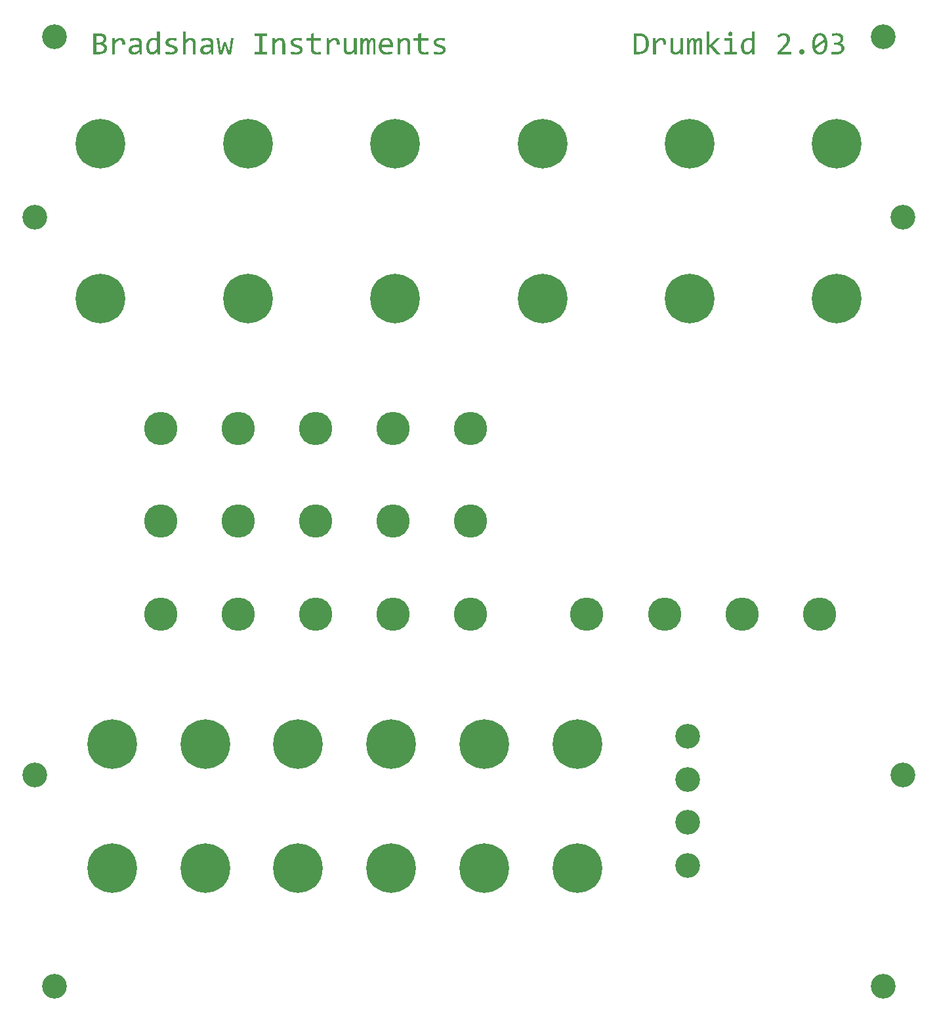
<source format=gbr>
%TF.GenerationSoftware,KiCad,Pcbnew,7.0.2*%
%TF.CreationDate,2024-07-09T14:29:17+01:00*%
%TF.ProjectId,dk2_03_panel,646b325f-3033-45f7-9061-6e656c2e6b69,rev?*%
%TF.SameCoordinates,Original*%
%TF.FileFunction,Soldermask,Top*%
%TF.FilePolarity,Negative*%
%FSLAX46Y46*%
G04 Gerber Fmt 4.6, Leading zero omitted, Abs format (unit mm)*
G04 Created by KiCad (PCBNEW 7.0.2) date 2024-07-09 14:29:17*
%MOMM*%
%LPD*%
G01*
G04 APERTURE LIST*
%ADD10C,0.187500*%
%ADD11C,4.300000*%
%ADD12C,3.200000*%
%ADD13C,6.400000*%
G04 APERTURE END LIST*
D10*
G36*
X102028405Y-24317321D02*
G01*
X102066894Y-24318265D01*
X102104757Y-24319839D01*
X102141993Y-24322043D01*
X102178603Y-24324877D01*
X102214585Y-24328340D01*
X102249941Y-24332433D01*
X102284669Y-24337156D01*
X102318771Y-24342508D01*
X102352246Y-24348490D01*
X102385095Y-24355102D01*
X102417316Y-24362343D01*
X102448911Y-24370214D01*
X102479878Y-24378715D01*
X102510219Y-24387846D01*
X102539934Y-24397606D01*
X102569021Y-24407996D01*
X102597481Y-24419015D01*
X102625315Y-24430665D01*
X102652522Y-24442943D01*
X102679102Y-24455852D01*
X102730381Y-24483558D01*
X102779154Y-24513783D01*
X102825419Y-24546527D01*
X102869176Y-24581790D01*
X102910427Y-24619571D01*
X102930112Y-24639406D01*
X102967733Y-24680949D01*
X103002926Y-24725158D01*
X103035693Y-24772036D01*
X103066033Y-24821581D01*
X103080292Y-24847354D01*
X103093945Y-24873794D01*
X103106991Y-24900900D01*
X103119430Y-24928674D01*
X103131263Y-24957114D01*
X103142488Y-24986222D01*
X103153107Y-25015996D01*
X103163119Y-25046437D01*
X103172524Y-25077545D01*
X103181323Y-25109320D01*
X103189515Y-25141762D01*
X103197100Y-25174871D01*
X103204078Y-25208646D01*
X103210449Y-25243089D01*
X103216213Y-25278198D01*
X103221371Y-25313975D01*
X103225922Y-25350418D01*
X103229866Y-25387528D01*
X103233204Y-25425305D01*
X103235934Y-25463749D01*
X103238058Y-25502860D01*
X103239575Y-25542637D01*
X103240485Y-25583082D01*
X103240788Y-25624193D01*
X103240524Y-25660047D01*
X103239732Y-25695617D01*
X103238412Y-25730904D01*
X103236564Y-25765908D01*
X103234187Y-25800628D01*
X103231283Y-25835065D01*
X103227850Y-25869218D01*
X103223890Y-25903088D01*
X103219401Y-25936675D01*
X103214384Y-25969978D01*
X103210747Y-25992023D01*
X103204798Y-26024783D01*
X103198219Y-26057119D01*
X103191008Y-26089029D01*
X103183166Y-26120514D01*
X103174693Y-26151574D01*
X103165589Y-26182209D01*
X103155854Y-26212419D01*
X103145488Y-26242204D01*
X103134491Y-26271564D01*
X103122862Y-26300499D01*
X103114759Y-26319553D01*
X103102047Y-26347616D01*
X103088639Y-26375203D01*
X103074535Y-26402313D01*
X103059736Y-26428947D01*
X103044241Y-26455104D01*
X103028051Y-26480785D01*
X103011165Y-26505989D01*
X102993584Y-26530716D01*
X102975307Y-26554967D01*
X102956335Y-26578741D01*
X102943301Y-26594326D01*
X102923236Y-26617229D01*
X102902334Y-26639501D01*
X102880594Y-26661141D01*
X102858018Y-26682150D01*
X102834604Y-26702529D01*
X102810353Y-26722276D01*
X102785265Y-26741392D01*
X102759340Y-26759877D01*
X102732578Y-26777731D01*
X102704978Y-26794953D01*
X102686113Y-26806085D01*
X102657099Y-26822223D01*
X102627208Y-26837666D01*
X102596442Y-26852414D01*
X102564801Y-26866466D01*
X102532283Y-26879823D01*
X102498889Y-26892484D01*
X102464620Y-26904449D01*
X102429475Y-26915719D01*
X102393454Y-26926294D01*
X102356557Y-26936173D01*
X102331472Y-26942372D01*
X102293195Y-26950884D01*
X102253926Y-26958558D01*
X102213665Y-26965395D01*
X102172413Y-26971395D01*
X102130169Y-26976558D01*
X102086933Y-26980883D01*
X102057558Y-26983302D01*
X102027742Y-26985348D01*
X101997485Y-26987023D01*
X101966788Y-26988325D01*
X101935650Y-26989255D01*
X101904071Y-26989813D01*
X101872052Y-26990000D01*
X101295394Y-26990000D01*
X101295394Y-24621821D01*
X101661758Y-24621821D01*
X101661758Y-26673461D01*
X101935799Y-26673461D01*
X101992374Y-26672460D01*
X102047154Y-26669457D01*
X102100137Y-26664451D01*
X102151324Y-26657444D01*
X102200715Y-26648434D01*
X102248310Y-26637423D01*
X102294110Y-26624409D01*
X102338113Y-26609393D01*
X102380320Y-26592375D01*
X102420731Y-26573355D01*
X102459346Y-26552332D01*
X102496165Y-26529308D01*
X102531187Y-26504281D01*
X102564414Y-26477253D01*
X102595845Y-26448222D01*
X102625480Y-26417189D01*
X102653318Y-26384154D01*
X102679361Y-26349117D01*
X102703608Y-26312077D01*
X102726058Y-26273036D01*
X102746713Y-26231993D01*
X102765571Y-26188947D01*
X102782633Y-26143899D01*
X102797900Y-26096849D01*
X102811370Y-26047797D01*
X102823044Y-25996743D01*
X102832923Y-25943687D01*
X102841005Y-25888628D01*
X102847291Y-25831568D01*
X102851781Y-25772505D01*
X102854475Y-25711440D01*
X102855373Y-25648374D01*
X102855161Y-25613180D01*
X102854526Y-25578673D01*
X102853467Y-25544853D01*
X102851984Y-25511720D01*
X102850078Y-25479274D01*
X102847748Y-25447514D01*
X102844995Y-25416442D01*
X102841818Y-25386057D01*
X102838217Y-25356358D01*
X102832022Y-25313099D01*
X102824873Y-25271385D01*
X102816772Y-25231216D01*
X102807717Y-25192593D01*
X102801151Y-25167704D01*
X102790633Y-25131554D01*
X102779135Y-25096743D01*
X102766659Y-25063273D01*
X102753203Y-25031141D01*
X102738769Y-25000350D01*
X102723356Y-24970897D01*
X102706964Y-24942785D01*
X102689593Y-24916011D01*
X102671244Y-24890578D01*
X102651915Y-24866483D01*
X102638486Y-24851165D01*
X102617526Y-24829082D01*
X102595587Y-24808171D01*
X102572669Y-24788433D01*
X102548772Y-24769866D01*
X102523897Y-24752472D01*
X102498042Y-24736250D01*
X102471209Y-24721199D01*
X102443397Y-24707321D01*
X102414606Y-24694615D01*
X102384836Y-24683081D01*
X102364445Y-24676043D01*
X102333031Y-24666353D01*
X102300612Y-24657616D01*
X102267188Y-24649832D01*
X102232760Y-24643001D01*
X102197327Y-24637124D01*
X102160890Y-24632199D01*
X102123448Y-24628228D01*
X102085001Y-24625210D01*
X102045549Y-24623145D01*
X102005093Y-24622033D01*
X101977564Y-24621821D01*
X101661758Y-24621821D01*
X101295394Y-24621821D01*
X101295394Y-24317006D01*
X101989288Y-24317006D01*
X102028405Y-24317321D01*
G37*
G36*
X103791068Y-24926636D02*
G01*
X104119330Y-24926636D01*
X104129588Y-25312051D01*
X104152466Y-25284059D01*
X104175304Y-25257051D01*
X104198101Y-25231027D01*
X104220859Y-25205989D01*
X104243576Y-25181935D01*
X104266253Y-25158865D01*
X104288891Y-25136780D01*
X104311488Y-25115680D01*
X104334045Y-25095564D01*
X104356562Y-25076433D01*
X104390263Y-25049583D01*
X104423873Y-25024947D01*
X104457393Y-25002528D01*
X104490823Y-24982323D01*
X104524240Y-24963991D01*
X104557722Y-24947461D01*
X104591268Y-24932735D01*
X104624878Y-24919812D01*
X104658553Y-24908693D01*
X104692292Y-24899376D01*
X104726096Y-24891863D01*
X104759964Y-24886153D01*
X104793896Y-24882246D01*
X104827893Y-24880142D01*
X104850593Y-24879741D01*
X104890192Y-24880571D01*
X104928571Y-24883061D01*
X104965732Y-24887212D01*
X105001673Y-24893022D01*
X105036394Y-24900492D01*
X105069896Y-24909623D01*
X105102179Y-24920413D01*
X105133243Y-24932864D01*
X105163087Y-24946975D01*
X105191713Y-24962746D01*
X105219118Y-24980177D01*
X105245305Y-24999268D01*
X105270272Y-25020019D01*
X105294020Y-25042430D01*
X105316548Y-25066501D01*
X105337858Y-25092233D01*
X105357950Y-25119601D01*
X105376646Y-25148584D01*
X105393946Y-25179181D01*
X105409848Y-25211393D01*
X105424354Y-25245218D01*
X105437463Y-25280658D01*
X105449175Y-25317713D01*
X105459490Y-25356381D01*
X105468409Y-25396664D01*
X105475931Y-25438561D01*
X105482056Y-25482073D01*
X105486785Y-25527199D01*
X105490116Y-25573939D01*
X105492051Y-25622293D01*
X105492589Y-25672262D01*
X105491731Y-25723845D01*
X105129030Y-25723845D01*
X105129405Y-25689008D01*
X105129064Y-25655392D01*
X105128008Y-25622994D01*
X105126236Y-25591816D01*
X105123749Y-25561857D01*
X105118677Y-25519205D01*
X105111994Y-25479296D01*
X105103701Y-25442131D01*
X105093799Y-25407709D01*
X105082286Y-25376031D01*
X105069164Y-25347096D01*
X105054431Y-25320905D01*
X105049162Y-25312784D01*
X105026665Y-25282731D01*
X105001673Y-25256684D01*
X104974184Y-25234645D01*
X104944199Y-25216613D01*
X104911719Y-25202588D01*
X104876742Y-25192571D01*
X104839270Y-25186560D01*
X104809528Y-25184682D01*
X104799302Y-25184556D01*
X104767531Y-25185854D01*
X104735689Y-25189746D01*
X104703778Y-25196232D01*
X104671796Y-25205313D01*
X104653489Y-25211667D01*
X104626106Y-25222967D01*
X104598363Y-25236534D01*
X104570259Y-25252368D01*
X104541794Y-25270469D01*
X104512968Y-25290836D01*
X104503280Y-25298129D01*
X104478987Y-25317288D01*
X104454193Y-25338129D01*
X104428898Y-25360651D01*
X104403102Y-25384855D01*
X104382105Y-25405428D01*
X104360787Y-25427078D01*
X104339149Y-25449804D01*
X104317338Y-25473503D01*
X104295139Y-25498439D01*
X104272550Y-25524611D01*
X104249572Y-25552020D01*
X104226205Y-25580665D01*
X104202449Y-25610546D01*
X104184376Y-25633769D01*
X104166084Y-25657687D01*
X104153768Y-25674019D01*
X104153768Y-26990000D01*
X103791068Y-26990000D01*
X103791068Y-24926636D01*
G37*
G36*
X107676727Y-26990000D02*
G01*
X107355059Y-26990000D01*
X107342603Y-26657341D01*
X107319659Y-26684234D01*
X107296990Y-26709960D01*
X107274596Y-26734518D01*
X107252477Y-26757908D01*
X107230633Y-26780130D01*
X107209063Y-26801185D01*
X107182487Y-26825860D01*
X107166748Y-26839790D01*
X107140662Y-26861779D01*
X107114613Y-26882409D01*
X107088599Y-26901679D01*
X107062620Y-26919589D01*
X107036678Y-26936140D01*
X107010771Y-26951331D01*
X107000419Y-26957027D01*
X106969592Y-26972586D01*
X106938663Y-26986290D01*
X106907631Y-26998140D01*
X106876496Y-27008135D01*
X106845258Y-27016275D01*
X106834822Y-27018576D01*
X106803163Y-27024801D01*
X106770834Y-27029739D01*
X106737836Y-27033388D01*
X106704167Y-27035749D01*
X106669829Y-27036823D01*
X106658234Y-27036894D01*
X106618913Y-27036161D01*
X106580817Y-27033963D01*
X106543946Y-27030300D01*
X106508300Y-27025170D01*
X106473879Y-27018576D01*
X106440683Y-27010516D01*
X106408712Y-27000990D01*
X106377966Y-26990000D01*
X106348445Y-26977543D01*
X106320149Y-26963621D01*
X106293078Y-26948234D01*
X106267232Y-26931381D01*
X106242611Y-26913063D01*
X106219215Y-26893279D01*
X106197045Y-26872030D01*
X106176099Y-26849316D01*
X106156401Y-26825030D01*
X106137974Y-26799250D01*
X106120818Y-26771976D01*
X106104933Y-26743207D01*
X106090318Y-26712945D01*
X106076975Y-26681189D01*
X106064902Y-26647938D01*
X106054100Y-26613194D01*
X106044568Y-26576955D01*
X106036308Y-26539223D01*
X106029319Y-26499996D01*
X106023600Y-26459275D01*
X106019152Y-26417060D01*
X106015975Y-26373351D01*
X106014069Y-26328148D01*
X106013433Y-26281451D01*
X106013433Y-24926636D01*
X106371737Y-24926636D01*
X106371737Y-26254340D01*
X106372088Y-26283732D01*
X106374893Y-26339717D01*
X106380503Y-26391970D01*
X106388918Y-26440490D01*
X106400138Y-26485278D01*
X106414163Y-26526334D01*
X106430993Y-26563657D01*
X106450627Y-26597248D01*
X106473067Y-26627107D01*
X106498312Y-26653233D01*
X106526362Y-26675627D01*
X106557217Y-26694289D01*
X106590876Y-26709218D01*
X106627341Y-26720416D01*
X106666611Y-26727880D01*
X106708685Y-26731613D01*
X106730774Y-26732079D01*
X106763518Y-26730843D01*
X106795804Y-26727133D01*
X106827632Y-26720951D01*
X106859002Y-26712295D01*
X106886851Y-26702273D01*
X106915262Y-26689515D01*
X106944233Y-26674022D01*
X106969512Y-26658566D01*
X106990893Y-26644152D01*
X107017331Y-26624806D01*
X107044440Y-26603039D01*
X107067541Y-26583050D01*
X107091108Y-26561379D01*
X107115140Y-26538027D01*
X107139637Y-26512993D01*
X107159730Y-26491618D01*
X107180441Y-26468892D01*
X107201770Y-26444815D01*
X107223718Y-26419387D01*
X107246283Y-26392608D01*
X107269467Y-26364478D01*
X107293270Y-26334997D01*
X107311527Y-26312000D01*
X107317690Y-26304166D01*
X107317690Y-24926636D01*
X107676727Y-24926636D01*
X107676727Y-26990000D01*
G37*
G36*
X109795778Y-26990000D02*
G01*
X109795778Y-25505491D01*
X109795599Y-25476125D01*
X109794912Y-25443152D01*
X109793710Y-25412652D01*
X109791656Y-25380195D01*
X109788451Y-25347222D01*
X109784283Y-25318050D01*
X109778391Y-25289064D01*
X109769457Y-25259146D01*
X109765736Y-25249769D01*
X109751783Y-25223751D01*
X109730625Y-25202021D01*
X109726169Y-25199211D01*
X109697947Y-25187776D01*
X109667550Y-25184556D01*
X109637600Y-25188060D01*
X109609299Y-25198570D01*
X109591347Y-25209469D01*
X109566978Y-25229816D01*
X109546009Y-25252002D01*
X109526592Y-25275907D01*
X109516608Y-25289337D01*
X109498591Y-25315418D01*
X109482534Y-25340508D01*
X109465911Y-25368123D01*
X109448720Y-25398262D01*
X109433962Y-25425306D01*
X109427948Y-25436615D01*
X109412406Y-25466275D01*
X109396006Y-25498010D01*
X109382267Y-25524892D01*
X109367979Y-25553102D01*
X109353141Y-25582640D01*
X109337754Y-25613506D01*
X109321817Y-25645700D01*
X109313643Y-25662295D01*
X109313643Y-26990000D01*
X108985380Y-26990000D01*
X108985380Y-25545059D01*
X108985201Y-25510641D01*
X108984665Y-25478369D01*
X108983770Y-25448244D01*
X108982225Y-25414928D01*
X108980164Y-25384703D01*
X108978053Y-25361877D01*
X108974747Y-25332610D01*
X108969939Y-25302854D01*
X108963215Y-25274087D01*
X108956071Y-25252700D01*
X108941997Y-25224784D01*
X108921850Y-25203092D01*
X108915771Y-25199211D01*
X108888294Y-25188220D01*
X108857875Y-25184571D01*
X108855687Y-25184556D01*
X108826525Y-25187942D01*
X108798572Y-25198100D01*
X108786078Y-25205073D01*
X108762543Y-25223074D01*
X108739646Y-25246201D01*
X108720297Y-25269339D01*
X108712805Y-25279078D01*
X108694718Y-25304373D01*
X108678489Y-25329068D01*
X108661591Y-25356546D01*
X108644022Y-25386805D01*
X108628871Y-25414147D01*
X108622680Y-25425624D01*
X108606873Y-25455745D01*
X108590136Y-25488407D01*
X108576077Y-25516365D01*
X108561422Y-25545949D01*
X108546172Y-25577159D01*
X108530327Y-25609994D01*
X108513887Y-25644455D01*
X108505443Y-25662295D01*
X108505443Y-26990000D01*
X108175715Y-26990000D01*
X108175715Y-24926636D01*
X108449756Y-24926636D01*
X108466608Y-25319378D01*
X108479935Y-25289909D01*
X108493170Y-25261584D01*
X108506313Y-25234405D01*
X108522613Y-25202040D01*
X108538771Y-25171465D01*
X108554785Y-25142678D01*
X108570656Y-25115680D01*
X108586527Y-25090152D01*
X108605761Y-25061645D01*
X108625201Y-25035455D01*
X108644847Y-25011584D01*
X108668029Y-24986665D01*
X108674703Y-24980125D01*
X108698455Y-24958697D01*
X108722909Y-24939934D01*
X108748063Y-24923835D01*
X108777670Y-24908700D01*
X108789009Y-24903921D01*
X108820242Y-24893343D01*
X108848922Y-24886566D01*
X108878866Y-24882103D01*
X108910071Y-24879954D01*
X108923831Y-24879741D01*
X108954447Y-24880720D01*
X108983646Y-24883657D01*
X109020374Y-24890618D01*
X109054583Y-24901059D01*
X109086273Y-24914981D01*
X109115445Y-24932383D01*
X109142098Y-24953266D01*
X109166232Y-24977629D01*
X109177355Y-24991116D01*
X109197620Y-25020860D01*
X109215182Y-25054405D01*
X109226581Y-25082059D01*
X109236460Y-25111850D01*
X109244819Y-25143780D01*
X109251658Y-25177847D01*
X109256978Y-25214053D01*
X109260777Y-25252397D01*
X109263057Y-25292879D01*
X109263817Y-25335498D01*
X109276228Y-25308582D01*
X109291612Y-25275999D01*
X109306853Y-25244597D01*
X109321952Y-25214376D01*
X109336907Y-25185335D01*
X109351719Y-25157475D01*
X109360537Y-25141325D01*
X109375582Y-25115426D01*
X109394060Y-25086094D01*
X109413002Y-25058668D01*
X109432408Y-25033148D01*
X109452278Y-25009535D01*
X109462386Y-24998443D01*
X109483381Y-24977715D01*
X109508851Y-24956007D01*
X109535373Y-24936963D01*
X109562947Y-24920584D01*
X109583287Y-24910516D01*
X109613120Y-24898525D01*
X109644916Y-24889479D01*
X109673733Y-24884069D01*
X109703992Y-24880823D01*
X109735694Y-24879741D01*
X109782898Y-24882088D01*
X109827056Y-24889129D01*
X109868169Y-24900864D01*
X109906237Y-24917294D01*
X109941259Y-24938417D01*
X109973236Y-24964234D01*
X110002167Y-24994745D01*
X110028053Y-25029951D01*
X110050893Y-25069850D01*
X110070689Y-25114443D01*
X110087438Y-25163731D01*
X110101143Y-25217712D01*
X110106853Y-25246463D01*
X110111802Y-25276388D01*
X110115989Y-25307486D01*
X110119415Y-25339757D01*
X110122080Y-25373202D01*
X110123983Y-25407821D01*
X110125125Y-25443613D01*
X110125506Y-25480579D01*
X110125506Y-26990000D01*
X109795778Y-26990000D01*
G37*
G36*
X112487823Y-26990000D02*
G01*
X111995429Y-26990000D01*
X111030426Y-25882847D01*
X111030426Y-26990000D01*
X110672121Y-26990000D01*
X110672121Y-24082533D01*
X111030426Y-24082533D01*
X111030426Y-25868925D01*
X111960258Y-24926636D01*
X112434333Y-24926636D01*
X111463468Y-25876985D01*
X112487823Y-26990000D01*
G37*
G36*
X113638206Y-25219727D02*
G01*
X113026378Y-25219727D01*
X113026378Y-24926636D01*
X114000907Y-24926636D01*
X114000907Y-26685184D01*
X114617132Y-26685184D01*
X114617132Y-26990000D01*
X112958234Y-26990000D01*
X112958234Y-26685184D01*
X113638206Y-26685184D01*
X113638206Y-25219727D01*
G37*
G36*
X113763503Y-24082533D02*
G01*
X113792995Y-24083907D01*
X113824860Y-24088737D01*
X113855335Y-24097044D01*
X113874878Y-24104515D01*
X113903040Y-24117858D01*
X113928999Y-24133984D01*
X113952757Y-24152892D01*
X113965003Y-24164598D01*
X113985103Y-24187370D01*
X114002536Y-24211997D01*
X114017303Y-24238478D01*
X114024354Y-24253991D01*
X114034980Y-24283126D01*
X114042129Y-24313651D01*
X114045800Y-24345568D01*
X114046336Y-24363900D01*
X114044597Y-24395643D01*
X114039381Y-24426574D01*
X114030687Y-24456694D01*
X114024354Y-24473077D01*
X114011069Y-24500943D01*
X113995117Y-24526838D01*
X113976499Y-24550763D01*
X113965003Y-24563203D01*
X113942470Y-24583714D01*
X113917734Y-24601559D01*
X113890795Y-24616738D01*
X113874878Y-24624019D01*
X113845331Y-24634291D01*
X113814393Y-24641201D01*
X113782065Y-24644749D01*
X113763503Y-24645268D01*
X113730698Y-24643587D01*
X113699052Y-24638545D01*
X113668565Y-24630141D01*
X113652128Y-24624019D01*
X113624320Y-24610321D01*
X113598599Y-24593957D01*
X113574964Y-24574927D01*
X113562735Y-24563203D01*
X113542578Y-24540373D01*
X113524971Y-24515572D01*
X113509915Y-24488801D01*
X113502652Y-24473077D01*
X113492380Y-24443408D01*
X113485470Y-24412927D01*
X113481921Y-24381635D01*
X113481403Y-24363900D01*
X113483083Y-24331211D01*
X113488126Y-24299913D01*
X113496530Y-24270005D01*
X113502652Y-24253991D01*
X113516292Y-24226479D01*
X113532482Y-24200823D01*
X113551222Y-24177020D01*
X113562735Y-24164598D01*
X113585211Y-24144145D01*
X113609773Y-24126473D01*
X113636422Y-24111584D01*
X113652128Y-24104515D01*
X113681971Y-24093889D01*
X113712973Y-24086740D01*
X113745135Y-24083069D01*
X113763503Y-24082533D01*
G37*
G36*
X116890788Y-26990000D02*
G01*
X116569121Y-26990000D01*
X116556664Y-26603119D01*
X116537791Y-26630330D01*
X116518723Y-26656642D01*
X116499460Y-26682056D01*
X116480003Y-26706571D01*
X116460350Y-26730187D01*
X116440504Y-26752905D01*
X116420463Y-26774723D01*
X116390036Y-26805766D01*
X116359171Y-26834787D01*
X116327868Y-26861786D01*
X116296128Y-26886762D01*
X116263949Y-26909716D01*
X116231333Y-26930648D01*
X116198240Y-26949636D01*
X116164632Y-26966755D01*
X116130508Y-26982007D01*
X116095870Y-26995392D01*
X116060716Y-27006909D01*
X116025047Y-27016558D01*
X115988863Y-27024340D01*
X115952163Y-27030254D01*
X115914949Y-27034300D01*
X115877219Y-27036479D01*
X115851779Y-27036894D01*
X115818905Y-27036237D01*
X115786778Y-27034267D01*
X115755398Y-27030982D01*
X115724765Y-27026384D01*
X115694880Y-27020472D01*
X115665741Y-27013246D01*
X115637349Y-27004707D01*
X115609704Y-26994854D01*
X115574007Y-26979673D01*
X115539637Y-26962156D01*
X115506630Y-26942338D01*
X115475020Y-26920619D01*
X115444806Y-26897000D01*
X115415989Y-26871481D01*
X115388569Y-26844061D01*
X115368921Y-26822248D01*
X115350058Y-26799367D01*
X115331981Y-26775417D01*
X115314689Y-26750397D01*
X115298315Y-26724223D01*
X115282713Y-26697083D01*
X115267883Y-26668976D01*
X115253827Y-26639904D01*
X115240544Y-26609866D01*
X115228033Y-26578862D01*
X115216295Y-26546891D01*
X115205330Y-26513955D01*
X115195137Y-26480053D01*
X115185718Y-26445184D01*
X115179867Y-26421402D01*
X115171880Y-26385040D01*
X115164677Y-26347943D01*
X115158261Y-26310113D01*
X115152630Y-26271548D01*
X115147785Y-26232249D01*
X115143726Y-26192216D01*
X115140452Y-26151448D01*
X115137964Y-26109947D01*
X115136262Y-26067711D01*
X115135345Y-26024741D01*
X115135171Y-25995687D01*
X115135369Y-25972240D01*
X115501535Y-25972240D01*
X115501964Y-26019380D01*
X115503252Y-26064998D01*
X115505399Y-26109094D01*
X115508404Y-26151666D01*
X115512268Y-26192716D01*
X115516991Y-26232244D01*
X115522572Y-26270248D01*
X115529012Y-26306730D01*
X115536311Y-26341689D01*
X115544468Y-26375126D01*
X115553484Y-26407040D01*
X115563359Y-26437431D01*
X115574092Y-26466299D01*
X115585684Y-26493645D01*
X115604682Y-26531808D01*
X115611444Y-26543768D01*
X115632995Y-26577421D01*
X115656155Y-26607764D01*
X115680926Y-26634797D01*
X115707306Y-26658520D01*
X115735296Y-26678933D01*
X115764897Y-26696035D01*
X115796107Y-26709827D01*
X115828927Y-26720310D01*
X115863358Y-26727482D01*
X115899398Y-26731343D01*
X115924319Y-26732079D01*
X115958460Y-26730144D01*
X115993104Y-26724340D01*
X116028252Y-26714665D01*
X116063904Y-26701121D01*
X116090974Y-26688424D01*
X116118327Y-26673549D01*
X116145963Y-26656499D01*
X116173882Y-26637271D01*
X116202085Y-26615866D01*
X116211549Y-26608248D01*
X116240123Y-26583842D01*
X116268968Y-26557338D01*
X116298083Y-26528733D01*
X116327469Y-26498030D01*
X116357125Y-26465226D01*
X116377046Y-26442191D01*
X116397088Y-26418223D01*
X116417249Y-26393322D01*
X116437531Y-26367487D01*
X116457933Y-26340720D01*
X116478455Y-26313019D01*
X116499097Y-26284385D01*
X116519860Y-26254819D01*
X116530286Y-26239685D01*
X116530286Y-25259295D01*
X116502115Y-25246515D01*
X116473013Y-25234737D01*
X116442981Y-25223961D01*
X116412019Y-25214186D01*
X116380127Y-25205413D01*
X116347304Y-25197642D01*
X116333915Y-25194815D01*
X116300538Y-25188482D01*
X116267268Y-25183223D01*
X116234106Y-25179037D01*
X116201050Y-25175924D01*
X116168103Y-25173885D01*
X116135262Y-25172919D01*
X116122156Y-25172833D01*
X116086024Y-25173588D01*
X116050898Y-25175855D01*
X116016781Y-25179633D01*
X115983671Y-25184923D01*
X115951568Y-25191723D01*
X115920473Y-25200035D01*
X115890385Y-25209858D01*
X115861305Y-25221193D01*
X115833232Y-25234038D01*
X115806167Y-25248395D01*
X115780109Y-25264264D01*
X115755059Y-25281643D01*
X115731017Y-25300534D01*
X115707981Y-25320935D01*
X115685954Y-25342849D01*
X115664934Y-25366273D01*
X115645147Y-25391309D01*
X115626637Y-25418056D01*
X115609404Y-25446515D01*
X115593447Y-25476686D01*
X115578766Y-25508568D01*
X115565363Y-25542162D01*
X115553235Y-25577468D01*
X115542385Y-25614485D01*
X115532811Y-25653214D01*
X115524513Y-25693654D01*
X115517492Y-25735806D01*
X115511748Y-25779669D01*
X115507280Y-25825244D01*
X115504088Y-25872531D01*
X115502173Y-25921530D01*
X115501535Y-25972240D01*
X115135369Y-25972240D01*
X115135451Y-25962580D01*
X115136293Y-25929936D01*
X115137695Y-25897756D01*
X115139659Y-25866040D01*
X115142183Y-25834787D01*
X115145269Y-25803998D01*
X115148915Y-25773673D01*
X115153123Y-25743811D01*
X115157891Y-25714414D01*
X115163221Y-25685479D01*
X115172267Y-25642947D01*
X115182575Y-25601459D01*
X115194145Y-25561014D01*
X115206978Y-25521612D01*
X115220977Y-25483167D01*
X115236044Y-25445869D01*
X115252181Y-25409717D01*
X115269386Y-25374711D01*
X115287661Y-25340852D01*
X115307004Y-25308138D01*
X115327417Y-25276572D01*
X115348899Y-25246151D01*
X115371449Y-25216877D01*
X115395069Y-25188750D01*
X115411410Y-25170635D01*
X115436878Y-25144450D01*
X115463273Y-25119475D01*
X115490596Y-25095712D01*
X115518846Y-25073159D01*
X115548023Y-25051817D01*
X115578128Y-25031685D01*
X115609160Y-25012764D01*
X115641120Y-24995054D01*
X115674007Y-24978555D01*
X115707821Y-24963267D01*
X115730879Y-24953747D01*
X115766286Y-24940521D01*
X115802440Y-24928597D01*
X115839342Y-24917973D01*
X115876990Y-24908650D01*
X115915385Y-24900628D01*
X115954527Y-24893906D01*
X115994417Y-24888486D01*
X116035053Y-24884367D01*
X116076437Y-24881548D01*
X116118567Y-24880030D01*
X116147069Y-24879741D01*
X116177892Y-24880045D01*
X116208535Y-24880958D01*
X116239000Y-24882478D01*
X116269286Y-24884607D01*
X116299393Y-24887344D01*
X116329321Y-24890689D01*
X116341242Y-24892198D01*
X116371167Y-24896448D01*
X116400948Y-24901414D01*
X116430586Y-24907096D01*
X116460081Y-24913493D01*
X116489434Y-24920605D01*
X116518642Y-24928433D01*
X116530286Y-24931765D01*
X116530286Y-24082533D01*
X116890788Y-24082533D01*
X116890788Y-26990000D01*
G37*
G36*
X121600768Y-26990000D02*
G01*
X119826099Y-26990000D01*
X119826099Y-26670530D01*
X120522924Y-25980300D01*
X120544104Y-25959411D01*
X120574930Y-25928744D01*
X120604623Y-25898875D01*
X120633182Y-25869805D01*
X120660608Y-25841533D01*
X120686900Y-25814060D01*
X120712059Y-25787386D01*
X120736085Y-25761510D01*
X120758977Y-25736433D01*
X120780736Y-25712154D01*
X120801361Y-25688674D01*
X120821001Y-25665779D01*
X120839803Y-25643259D01*
X120863571Y-25613812D01*
X120885851Y-25585030D01*
X120906642Y-25556911D01*
X120925945Y-25529457D01*
X120943759Y-25502666D01*
X120960085Y-25476540D01*
X120967690Y-25463726D01*
X120985500Y-25432184D01*
X121001378Y-25401215D01*
X121015325Y-25370818D01*
X121027339Y-25340994D01*
X121037421Y-25311742D01*
X121045571Y-25283063D01*
X121048290Y-25271751D01*
X121055263Y-25237439D01*
X121059971Y-25208058D01*
X121063677Y-25177962D01*
X121066382Y-25147150D01*
X121068085Y-25115623D01*
X121068787Y-25083380D01*
X121068807Y-25076845D01*
X121068145Y-25046377D01*
X121066159Y-25016338D01*
X121062850Y-24986728D01*
X121058216Y-24957548D01*
X121052259Y-24928797D01*
X121043364Y-24894862D01*
X121041696Y-24889267D01*
X121030773Y-24856517D01*
X121017790Y-24825313D01*
X121002747Y-24795655D01*
X120985642Y-24767542D01*
X120966476Y-24740975D01*
X120959630Y-24732463D01*
X120937588Y-24707939D01*
X120913228Y-24685477D01*
X120886549Y-24665075D01*
X120857552Y-24646734D01*
X120831616Y-24633024D01*
X120815283Y-24625484D01*
X120786929Y-24614297D01*
X120756822Y-24605005D01*
X120724962Y-24597610D01*
X120691348Y-24592111D01*
X120655982Y-24588508D01*
X120626427Y-24586991D01*
X120603524Y-24586650D01*
X120571652Y-24587339D01*
X120540335Y-24589406D01*
X120509571Y-24592852D01*
X120479361Y-24597675D01*
X120449705Y-24603877D01*
X120420602Y-24611457D01*
X120392054Y-24620415D01*
X120364059Y-24630751D01*
X120336618Y-24642465D01*
X120309731Y-24655558D01*
X120292114Y-24665052D01*
X120266073Y-24680158D01*
X120240431Y-24696075D01*
X120215189Y-24712804D01*
X120190345Y-24730345D01*
X120165901Y-24748697D01*
X120141856Y-24767860D01*
X120118211Y-24787835D01*
X120094965Y-24808621D01*
X120072118Y-24830218D01*
X120049670Y-24852627D01*
X120034927Y-24868018D01*
X119837090Y-24628415D01*
X119866072Y-24598489D01*
X119895866Y-24569708D01*
X119926471Y-24542074D01*
X119957887Y-24515587D01*
X119990115Y-24490245D01*
X120023154Y-24466050D01*
X120057005Y-24443001D01*
X120091667Y-24421099D01*
X120127141Y-24400343D01*
X120163426Y-24380733D01*
X120188067Y-24368297D01*
X120225872Y-24350750D01*
X120264823Y-24334929D01*
X120304921Y-24320834D01*
X120346165Y-24308465D01*
X120388555Y-24297822D01*
X120417452Y-24291685D01*
X120446858Y-24286316D01*
X120476774Y-24281713D01*
X120507199Y-24277878D01*
X120538134Y-24274809D01*
X120569579Y-24272508D01*
X120601533Y-24270974D01*
X120633996Y-24270207D01*
X120650419Y-24270111D01*
X120683795Y-24270581D01*
X120716605Y-24271992D01*
X120748847Y-24274342D01*
X120780524Y-24277633D01*
X120811633Y-24281864D01*
X120842176Y-24287035D01*
X120872152Y-24293147D01*
X120901561Y-24300199D01*
X120930404Y-24308191D01*
X120958680Y-24317123D01*
X120977216Y-24323600D01*
X121013405Y-24337705D01*
X121048336Y-24353276D01*
X121082007Y-24370312D01*
X121114419Y-24388813D01*
X121145571Y-24408780D01*
X121175464Y-24430212D01*
X121204098Y-24453110D01*
X121231472Y-24477473D01*
X121257633Y-24503279D01*
X121282260Y-24530505D01*
X121305352Y-24559150D01*
X121326910Y-24589214D01*
X121346934Y-24620699D01*
X121365424Y-24653603D01*
X121382380Y-24687927D01*
X121397802Y-24723670D01*
X121408277Y-24751338D01*
X121417723Y-24779664D01*
X121426138Y-24808646D01*
X121433522Y-24838285D01*
X121439876Y-24868581D01*
X121445200Y-24899534D01*
X121449493Y-24931143D01*
X121452756Y-24963410D01*
X121454989Y-24996333D01*
X121456191Y-25029913D01*
X121456420Y-25052665D01*
X121455779Y-25090790D01*
X121453855Y-25128228D01*
X121450650Y-25164979D01*
X121446162Y-25201043D01*
X121440392Y-25236420D01*
X121433339Y-25271110D01*
X121425004Y-25305113D01*
X121415387Y-25338429D01*
X121404465Y-25371208D01*
X121392215Y-25403963D01*
X121378636Y-25436695D01*
X121363730Y-25469405D01*
X121347495Y-25502091D01*
X121329933Y-25534755D01*
X121311042Y-25567396D01*
X121290823Y-25600013D01*
X121274781Y-25624552D01*
X121257979Y-25649258D01*
X121240417Y-25674131D01*
X121222096Y-25699172D01*
X121203014Y-25724381D01*
X121183172Y-25749756D01*
X121162571Y-25775299D01*
X121141209Y-25801010D01*
X121119088Y-25826888D01*
X121096207Y-25852934D01*
X121080530Y-25870390D01*
X121056357Y-25896732D01*
X121031372Y-25923550D01*
X121005575Y-25950845D01*
X120978967Y-25978617D01*
X120951548Y-26006865D01*
X120923317Y-26035589D01*
X120894275Y-26064790D01*
X120864421Y-26094468D01*
X120833756Y-26124622D01*
X120802279Y-26155253D01*
X120780844Y-26175938D01*
X120292114Y-26650013D01*
X121600768Y-26650013D01*
X121600768Y-26990000D01*
G37*
G36*
X122973901Y-26345198D02*
G01*
X123004290Y-26346496D01*
X123033907Y-26350388D01*
X123062753Y-26356874D01*
X123090828Y-26365955D01*
X123106525Y-26372309D01*
X123133287Y-26385152D01*
X123161898Y-26402234D01*
X123188402Y-26421880D01*
X123212800Y-26444091D01*
X123215701Y-26447048D01*
X123237866Y-26471869D01*
X123257467Y-26498705D01*
X123274503Y-26527556D01*
X123287305Y-26554454D01*
X123288974Y-26558422D01*
X123299538Y-26586447D01*
X123307507Y-26615383D01*
X123312881Y-26645231D01*
X123315661Y-26675991D01*
X123316085Y-26693977D01*
X123314788Y-26724652D01*
X123310896Y-26754485D01*
X123304409Y-26783476D01*
X123295328Y-26811626D01*
X123288974Y-26827334D01*
X123276452Y-26853846D01*
X123259736Y-26882342D01*
X123240457Y-26908915D01*
X123218612Y-26933564D01*
X123215701Y-26936510D01*
X123191567Y-26958401D01*
X123165326Y-26977909D01*
X123136979Y-26995037D01*
X123110447Y-27008070D01*
X123106525Y-27009783D01*
X123078891Y-27020347D01*
X123050485Y-27028316D01*
X123021308Y-27033691D01*
X122991360Y-27036471D01*
X122973901Y-27036894D01*
X122942941Y-27035597D01*
X122912893Y-27031705D01*
X122883756Y-27025218D01*
X122855531Y-27016137D01*
X122839811Y-27009783D01*
X122809953Y-26995037D01*
X122781926Y-26977909D01*
X122755731Y-26958401D01*
X122731368Y-26936510D01*
X122709477Y-26912101D01*
X122689968Y-26885769D01*
X122672841Y-26857513D01*
X122659808Y-26831211D01*
X122658095Y-26827334D01*
X122647817Y-26799665D01*
X122640063Y-26771154D01*
X122634834Y-26741802D01*
X122632129Y-26711608D01*
X122631717Y-26693977D01*
X122632979Y-26662697D01*
X122636766Y-26632328D01*
X122643077Y-26602871D01*
X122651912Y-26574325D01*
X122658095Y-26558422D01*
X122670867Y-26531304D01*
X122685463Y-26505729D01*
X122704377Y-26478389D01*
X122725672Y-26453064D01*
X122731368Y-26447048D01*
X122755731Y-26424516D01*
X122781926Y-26404549D01*
X122809953Y-26387147D01*
X122839811Y-26372309D01*
X122867516Y-26361746D01*
X122896131Y-26353776D01*
X122925659Y-26348402D01*
X122956098Y-26345622D01*
X122973901Y-26345198D01*
G37*
G36*
X125358087Y-24270826D02*
G01*
X125397592Y-24272971D01*
X125436415Y-24276545D01*
X125474554Y-24281549D01*
X125512012Y-24287982D01*
X125548786Y-24295845D01*
X125584878Y-24305138D01*
X125620287Y-24315861D01*
X125655014Y-24328013D01*
X125689058Y-24341595D01*
X125711375Y-24351444D01*
X125744165Y-24367473D01*
X125776041Y-24385061D01*
X125807002Y-24404207D01*
X125837049Y-24424912D01*
X125866181Y-24447175D01*
X125894399Y-24470996D01*
X125921703Y-24496376D01*
X125948092Y-24523315D01*
X125973566Y-24551812D01*
X125998126Y-24581867D01*
X126013992Y-24602770D01*
X126037107Y-24635449D01*
X126059192Y-24669737D01*
X126080246Y-24705636D01*
X126100270Y-24743145D01*
X126119264Y-24782263D01*
X126131354Y-24809237D01*
X126142986Y-24836926D01*
X126154160Y-24865331D01*
X126164876Y-24894451D01*
X126175135Y-24924287D01*
X126184935Y-24954838D01*
X126194277Y-24986105D01*
X126203161Y-25018087D01*
X126207432Y-25034347D01*
X126215684Y-25067423D01*
X126223403Y-25101254D01*
X126230590Y-25135841D01*
X126237245Y-25171184D01*
X126243367Y-25207282D01*
X126248957Y-25244136D01*
X126254014Y-25281746D01*
X126258540Y-25320111D01*
X126262532Y-25359232D01*
X126265993Y-25399108D01*
X126268921Y-25439741D01*
X126271317Y-25481128D01*
X126273180Y-25523272D01*
X126274511Y-25566171D01*
X126275309Y-25609825D01*
X126275576Y-25654235D01*
X126275335Y-25692675D01*
X126274614Y-25730691D01*
X126273412Y-25768283D01*
X126271729Y-25805452D01*
X126269565Y-25842197D01*
X126266920Y-25878519D01*
X126263795Y-25914417D01*
X126260188Y-25949891D01*
X126256101Y-25984942D01*
X126251533Y-26019569D01*
X126246484Y-26053773D01*
X126240954Y-26087553D01*
X126234944Y-26120909D01*
X126228452Y-26153842D01*
X126221480Y-26186351D01*
X126214026Y-26218436D01*
X126206081Y-26249938D01*
X126197632Y-26280879D01*
X126188679Y-26311258D01*
X126179222Y-26341077D01*
X126169261Y-26370334D01*
X126158797Y-26399031D01*
X126147829Y-26427167D01*
X126136357Y-26454741D01*
X126124382Y-26481755D01*
X126105474Y-26521224D01*
X126085433Y-26559430D01*
X126064258Y-26596374D01*
X126041950Y-26632056D01*
X126026448Y-26655143D01*
X126002414Y-26688500D01*
X125977298Y-26720427D01*
X125951100Y-26750925D01*
X125923820Y-26779993D01*
X125895458Y-26807631D01*
X125866015Y-26833840D01*
X125835489Y-26858619D01*
X125803882Y-26881968D01*
X125771192Y-26903887D01*
X125737421Y-26924377D01*
X125714306Y-26937243D01*
X125678705Y-26955052D01*
X125641971Y-26971109D01*
X125604104Y-26985414D01*
X125565104Y-26997968D01*
X125524970Y-27008770D01*
X125483702Y-27017820D01*
X125441301Y-27025119D01*
X125397767Y-27030666D01*
X125368114Y-27033391D01*
X125337958Y-27035337D01*
X125307298Y-27036505D01*
X125276134Y-27036894D01*
X125235946Y-27036179D01*
X125196441Y-27034035D01*
X125157619Y-27030461D01*
X125119479Y-27025457D01*
X125082022Y-27019023D01*
X125045247Y-27011160D01*
X125009155Y-27001867D01*
X124973746Y-26991144D01*
X124939019Y-26978992D01*
X124904975Y-26965410D01*
X124882659Y-26955561D01*
X124849862Y-26939545D01*
X124817967Y-26921996D01*
X124786973Y-26902914D01*
X124756881Y-26882300D01*
X124727691Y-26860153D01*
X124699402Y-26836473D01*
X124672015Y-26811260D01*
X124645529Y-26784515D01*
X124619945Y-26756237D01*
X124595263Y-26726426D01*
X124579309Y-26705701D01*
X124556318Y-26673153D01*
X124534332Y-26638982D01*
X124513351Y-26603189D01*
X124493374Y-26565773D01*
X124474401Y-26526733D01*
X124462311Y-26499806D01*
X124450668Y-26472156D01*
X124439471Y-26443786D01*
X124428720Y-26414695D01*
X124418416Y-26384882D01*
X124408559Y-26354347D01*
X124399148Y-26323092D01*
X124390183Y-26291115D01*
X124385869Y-26274856D01*
X124377706Y-26241778D01*
X124377234Y-26239685D01*
X124757362Y-26239685D01*
X124767373Y-26272934D01*
X124778170Y-26305359D01*
X124789755Y-26336962D01*
X124802127Y-26367741D01*
X124815286Y-26397698D01*
X124829232Y-26426832D01*
X124835031Y-26438255D01*
X124850380Y-26466022D01*
X124866659Y-26492537D01*
X124883868Y-26517800D01*
X124902007Y-26541810D01*
X124921077Y-26564568D01*
X124941077Y-26586074D01*
X124949337Y-26594326D01*
X124975234Y-26617776D01*
X125002368Y-26639217D01*
X125030739Y-26658649D01*
X125060345Y-26676071D01*
X125091189Y-26691484D01*
X125101744Y-26696175D01*
X125134717Y-26708377D01*
X125163454Y-26716617D01*
X125193336Y-26723103D01*
X125224362Y-26727837D01*
X125256533Y-26730817D01*
X125289850Y-26732044D01*
X125296650Y-26732079D01*
X125331409Y-26731026D01*
X125365344Y-26727866D01*
X125398454Y-26722599D01*
X125430740Y-26715226D01*
X125462201Y-26705747D01*
X125492838Y-26694160D01*
X125522651Y-26680467D01*
X125551640Y-26664668D01*
X125579678Y-26646625D01*
X125606640Y-26626566D01*
X125632526Y-26604493D01*
X125657336Y-26580404D01*
X125681069Y-26554301D01*
X125703727Y-26526182D01*
X125725308Y-26496049D01*
X125745813Y-26463900D01*
X125760597Y-26438329D01*
X125774724Y-26411625D01*
X125788194Y-26383787D01*
X125801008Y-26354815D01*
X125813164Y-26324711D01*
X125824664Y-26293472D01*
X125835507Y-26261101D01*
X125845693Y-26227595D01*
X125855222Y-26192957D01*
X125864094Y-26157185D01*
X125869644Y-26132707D01*
X125877370Y-26095065D01*
X125884336Y-26056329D01*
X125890542Y-26016497D01*
X125895988Y-25975571D01*
X125900674Y-25933550D01*
X125904600Y-25890434D01*
X125906796Y-25861082D01*
X125908653Y-25831244D01*
X125910173Y-25800918D01*
X125911355Y-25770107D01*
X125912199Y-25738808D01*
X125912706Y-25707023D01*
X125912875Y-25674752D01*
X125912630Y-25644974D01*
X125911893Y-25615266D01*
X125910666Y-25585629D01*
X125908948Y-25556061D01*
X125907746Y-25539197D01*
X125905467Y-25509845D01*
X125902776Y-25476643D01*
X125899994Y-25443808D01*
X125897121Y-25411339D01*
X125896755Y-25407306D01*
X124757362Y-26239685D01*
X124377234Y-26239685D01*
X124370069Y-26207938D01*
X124362959Y-26173336D01*
X124356376Y-26137974D01*
X124350320Y-26101850D01*
X124344790Y-26064964D01*
X124339787Y-26027317D01*
X124335310Y-25988909D01*
X124331361Y-25949740D01*
X124327937Y-25909809D01*
X124325041Y-25869117D01*
X124322671Y-25827663D01*
X124320828Y-25785448D01*
X124319511Y-25742472D01*
X124318721Y-25698734D01*
X124318458Y-25654235D01*
X124318481Y-25650572D01*
X124681158Y-25650572D01*
X124681204Y-25680659D01*
X124681341Y-25710839D01*
X124681570Y-25741109D01*
X124681891Y-25771472D01*
X124682624Y-25801285D01*
X124684089Y-25830640D01*
X124686614Y-25863117D01*
X124689218Y-25887976D01*
X125828611Y-25067320D01*
X125818583Y-25033685D01*
X125807731Y-25001016D01*
X125796057Y-24969314D01*
X125783560Y-24938577D01*
X125770240Y-24908806D01*
X125756097Y-24880002D01*
X125750209Y-24868750D01*
X125735090Y-24841194D01*
X125719040Y-24814855D01*
X125702060Y-24789732D01*
X125684149Y-24765825D01*
X125665309Y-24743135D01*
X125641472Y-24717512D01*
X125637369Y-24713412D01*
X125611970Y-24689738D01*
X125585231Y-24668177D01*
X125557152Y-24648729D01*
X125527735Y-24631392D01*
X125496977Y-24616168D01*
X125486427Y-24611563D01*
X125454081Y-24599112D01*
X125425985Y-24590704D01*
X125396851Y-24584085D01*
X125366680Y-24579255D01*
X125335471Y-24576214D01*
X125303224Y-24574962D01*
X125296650Y-24574926D01*
X125262063Y-24576002D01*
X125228278Y-24579231D01*
X125195293Y-24584612D01*
X125163110Y-24592145D01*
X125131729Y-24601831D01*
X125101149Y-24613669D01*
X125071371Y-24627660D01*
X125042393Y-24643803D01*
X125014344Y-24661903D01*
X124987347Y-24682134D01*
X124961404Y-24704493D01*
X124936514Y-24728982D01*
X124912678Y-24755601D01*
X124889894Y-24784349D01*
X124868164Y-24815227D01*
X124847488Y-24848234D01*
X124832835Y-24874355D01*
X124818825Y-24901609D01*
X124805460Y-24929996D01*
X124792739Y-24959517D01*
X124780662Y-24990172D01*
X124769229Y-25021959D01*
X124758440Y-25054881D01*
X124748295Y-25088935D01*
X124738793Y-25124123D01*
X124729936Y-25160445D01*
X124724389Y-25185289D01*
X124716663Y-25223493D01*
X124709697Y-25262818D01*
X124703491Y-25303263D01*
X124698045Y-25344829D01*
X124693359Y-25387516D01*
X124689433Y-25431323D01*
X124687238Y-25461150D01*
X124685380Y-25491475D01*
X124683860Y-25522298D01*
X124682678Y-25553620D01*
X124681834Y-25585439D01*
X124681327Y-25617756D01*
X124681158Y-25650572D01*
X124318481Y-25650572D01*
X124318701Y-25615882D01*
X124319431Y-25577940D01*
X124320647Y-25540411D01*
X124322350Y-25503293D01*
X124324540Y-25466588D01*
X124327216Y-25430295D01*
X124330379Y-25394414D01*
X124334028Y-25358946D01*
X124338164Y-25323889D01*
X124342787Y-25289245D01*
X124347896Y-25255013D01*
X124353491Y-25221193D01*
X124359573Y-25187785D01*
X124366142Y-25154789D01*
X124373198Y-25122206D01*
X124380740Y-25090034D01*
X124388857Y-25058358D01*
X124397455Y-25027260D01*
X124406534Y-24996740D01*
X124416094Y-24966799D01*
X124426134Y-24937435D01*
X124436656Y-24908650D01*
X124447658Y-24880443D01*
X124459142Y-24852814D01*
X124471106Y-24825763D01*
X124489953Y-24786270D01*
X124509883Y-24748079D01*
X124530895Y-24711189D01*
X124552988Y-24675599D01*
X124568318Y-24652595D01*
X124592228Y-24619114D01*
X124617245Y-24587088D01*
X124643370Y-24556517D01*
X124670602Y-24527402D01*
X124698943Y-24499742D01*
X124728391Y-24473538D01*
X124758946Y-24448789D01*
X124790610Y-24425495D01*
X124823381Y-24403657D01*
X124857259Y-24383275D01*
X124880460Y-24370495D01*
X124916179Y-24352555D01*
X124952992Y-24336380D01*
X124990900Y-24321970D01*
X125029903Y-24309324D01*
X125070000Y-24298442D01*
X125111193Y-24289325D01*
X125153480Y-24281973D01*
X125196862Y-24276385D01*
X125226391Y-24273640D01*
X125256407Y-24271680D01*
X125286910Y-24270503D01*
X125317899Y-24270111D01*
X125358087Y-24270826D01*
G37*
G36*
X128469365Y-26189127D02*
G01*
X128468727Y-26221913D01*
X128466815Y-26254326D01*
X128463627Y-26286365D01*
X128459164Y-26318030D01*
X128453426Y-26349322D01*
X128446413Y-26380241D01*
X128438124Y-26410785D01*
X128428561Y-26440957D01*
X128417723Y-26470755D01*
X128405609Y-26500179D01*
X128396825Y-26519588D01*
X128382723Y-26548104D01*
X128367347Y-26575951D01*
X128350695Y-26603127D01*
X128332768Y-26629634D01*
X128313566Y-26655472D01*
X128293089Y-26680639D01*
X128271337Y-26705137D01*
X128248310Y-26728965D01*
X128224007Y-26752123D01*
X128198430Y-26774612D01*
X128180670Y-26789232D01*
X128152954Y-26810377D01*
X128123938Y-26830671D01*
X128093620Y-26850116D01*
X128062002Y-26868710D01*
X128029083Y-26886454D01*
X127994863Y-26903349D01*
X127959342Y-26919393D01*
X127922520Y-26934587D01*
X127884398Y-26948931D01*
X127844974Y-26962425D01*
X127817969Y-26970949D01*
X127776390Y-26982734D01*
X127747963Y-26989947D01*
X127718969Y-26996644D01*
X127689408Y-27002827D01*
X127659280Y-27008494D01*
X127628585Y-27013646D01*
X127597324Y-27018283D01*
X127565496Y-27022404D01*
X127533102Y-27026011D01*
X127500140Y-27029102D01*
X127466612Y-27031678D01*
X127432517Y-27033739D01*
X127397856Y-27035284D01*
X127362628Y-27036315D01*
X127326833Y-27036830D01*
X127308723Y-27036894D01*
X127278919Y-27036778D01*
X127240061Y-27036263D01*
X127202211Y-27035336D01*
X127165369Y-27033996D01*
X127129534Y-27032244D01*
X127094706Y-27030081D01*
X127060886Y-27027505D01*
X127028074Y-27024516D01*
X127020028Y-27023705D01*
X126988406Y-27020293D01*
X126957288Y-27016653D01*
X126926674Y-27012783D01*
X126896563Y-27008684D01*
X126866956Y-27004356D01*
X126837853Y-26999800D01*
X126802183Y-26993782D01*
X126781158Y-26990000D01*
X126781158Y-26673461D01*
X126813433Y-26678979D01*
X126846142Y-26684177D01*
X126879287Y-26689054D01*
X126912866Y-26693611D01*
X126946881Y-26697847D01*
X126981331Y-26701762D01*
X127016215Y-26705357D01*
X127051535Y-26708632D01*
X127087164Y-26711379D01*
X127122976Y-26713761D01*
X127158971Y-26715776D01*
X127195150Y-26717424D01*
X127231512Y-26718707D01*
X127268056Y-26719623D01*
X127304784Y-26720172D01*
X127341696Y-26720355D01*
X127379093Y-26720046D01*
X127415446Y-26719119D01*
X127450757Y-26717573D01*
X127485024Y-26715409D01*
X127518248Y-26712627D01*
X127550429Y-26709227D01*
X127581566Y-26705209D01*
X127611660Y-26700572D01*
X127640711Y-26695317D01*
X127677823Y-26687348D01*
X127686811Y-26685184D01*
X127721879Y-26675728D01*
X127755275Y-26665309D01*
X127787000Y-26653929D01*
X127817053Y-26641587D01*
X127845435Y-26628283D01*
X127872145Y-26614018D01*
X127903183Y-26594834D01*
X127920551Y-26582602D01*
X127947728Y-26561068D01*
X127972472Y-26538138D01*
X127994783Y-26513813D01*
X128014661Y-26488092D01*
X128032106Y-26460976D01*
X128047119Y-26432465D01*
X128052442Y-26420669D01*
X128064474Y-26390312D01*
X128074467Y-26358774D01*
X128082420Y-26326055D01*
X128088335Y-26292156D01*
X128092209Y-26257076D01*
X128094045Y-26220815D01*
X128094208Y-26205980D01*
X128092991Y-26172560D01*
X128089342Y-26140535D01*
X128083260Y-26109906D01*
X128074745Y-26080672D01*
X128063797Y-26052833D01*
X128050416Y-26026390D01*
X128044382Y-26016203D01*
X128028039Y-25991449D01*
X128009692Y-25968018D01*
X127989342Y-25945911D01*
X127966988Y-25925127D01*
X127942630Y-25905668D01*
X127916269Y-25887532D01*
X127905164Y-25880648D01*
X127876370Y-25864155D01*
X127845859Y-25849021D01*
X127813630Y-25835247D01*
X127779684Y-25822832D01*
X127751291Y-25813879D01*
X127721799Y-25805796D01*
X127691207Y-25798583D01*
X127659688Y-25792057D01*
X127627414Y-25786401D01*
X127594384Y-25781616D01*
X127560598Y-25777700D01*
X127526057Y-25774655D01*
X127490760Y-25772479D01*
X127454708Y-25771174D01*
X127417899Y-25770739D01*
X127110886Y-25770739D01*
X127110886Y-25477648D01*
X127422296Y-25477648D01*
X127452361Y-25477144D01*
X127481738Y-25475633D01*
X127517495Y-25472327D01*
X127552178Y-25467447D01*
X127585787Y-25460993D01*
X127618324Y-25452964D01*
X127643580Y-25445408D01*
X127674234Y-25434653D01*
X127703457Y-25422539D01*
X127731250Y-25409065D01*
X127757611Y-25394231D01*
X127782541Y-25378038D01*
X127806039Y-25360486D01*
X127815038Y-25353084D01*
X127840532Y-25329574D01*
X127863707Y-25304106D01*
X127884564Y-25276680D01*
X127903103Y-25247296D01*
X127916781Y-25221314D01*
X127924215Y-25205073D01*
X127935191Y-25176794D01*
X127944308Y-25147370D01*
X127951563Y-25116802D01*
X127956959Y-25085088D01*
X127960493Y-25052230D01*
X127962168Y-25018227D01*
X127962317Y-25004305D01*
X127961158Y-24964407D01*
X127957680Y-24926596D01*
X127951884Y-24890871D01*
X127943770Y-24857233D01*
X127933337Y-24825681D01*
X127920586Y-24796216D01*
X127905516Y-24768837D01*
X127888128Y-24743545D01*
X127868422Y-24720340D01*
X127846397Y-24699221D01*
X127830426Y-24686301D01*
X127804608Y-24668492D01*
X127776613Y-24652435D01*
X127746442Y-24638130D01*
X127714093Y-24625576D01*
X127679569Y-24614774D01*
X127642867Y-24605724D01*
X127603989Y-24598425D01*
X127562934Y-24592878D01*
X127519702Y-24589083D01*
X127489672Y-24587526D01*
X127458674Y-24586747D01*
X127442812Y-24586650D01*
X127408614Y-24587016D01*
X127374165Y-24588115D01*
X127339463Y-24589947D01*
X127304510Y-24592512D01*
X127269304Y-24595809D01*
X127233847Y-24599839D01*
X127198138Y-24604602D01*
X127162177Y-24610097D01*
X127125941Y-24616325D01*
X127089042Y-24623286D01*
X127051478Y-24630980D01*
X127013250Y-24639406D01*
X126984143Y-24646207D01*
X126954663Y-24653420D01*
X126924810Y-24661045D01*
X126894582Y-24669082D01*
X126863982Y-24677531D01*
X126853698Y-24680439D01*
X126853698Y-24363900D01*
X126884608Y-24354494D01*
X126916430Y-24345508D01*
X126949163Y-24336943D01*
X126977945Y-24329936D01*
X127002442Y-24324333D01*
X127032367Y-24317945D01*
X127062240Y-24311968D01*
X127092061Y-24306404D01*
X127121831Y-24301252D01*
X127151550Y-24296512D01*
X127161444Y-24295024D01*
X127191094Y-24290808D01*
X127220692Y-24286952D01*
X127250239Y-24283458D01*
X127279734Y-24280324D01*
X127309178Y-24277550D01*
X127318981Y-24276706D01*
X127353001Y-24274136D01*
X127386461Y-24272198D01*
X127419359Y-24270890D01*
X127451697Y-24270214D01*
X127469923Y-24270111D01*
X127509589Y-24270523D01*
X127548354Y-24271760D01*
X127586217Y-24273821D01*
X127623178Y-24276706D01*
X127659238Y-24280415D01*
X127694396Y-24284949D01*
X127728652Y-24290307D01*
X127762007Y-24296489D01*
X127794460Y-24303496D01*
X127826012Y-24311327D01*
X127846546Y-24317006D01*
X127876706Y-24326153D01*
X127905914Y-24336008D01*
X127934168Y-24346572D01*
X127961469Y-24357844D01*
X127996389Y-24373975D01*
X128029613Y-24391366D01*
X128061143Y-24410017D01*
X128090979Y-24429926D01*
X128119121Y-24451095D01*
X128145579Y-24473478D01*
X128170366Y-24497028D01*
X128193481Y-24521746D01*
X128214925Y-24547632D01*
X128234697Y-24574686D01*
X128252798Y-24602907D01*
X128269227Y-24632297D01*
X128283985Y-24662854D01*
X128297036Y-24694487D01*
X128308348Y-24727105D01*
X128317919Y-24760707D01*
X128325750Y-24795294D01*
X128331841Y-24830866D01*
X128336191Y-24867422D01*
X128338802Y-24904963D01*
X128339672Y-24943489D01*
X128338629Y-24986521D01*
X128335499Y-25028239D01*
X128330282Y-25068644D01*
X128322979Y-25107734D01*
X128313590Y-25145511D01*
X128302114Y-25181975D01*
X128288551Y-25217124D01*
X128272902Y-25250960D01*
X128255166Y-25283482D01*
X128235344Y-25314690D01*
X128220970Y-25334766D01*
X128197947Y-25363744D01*
X128173391Y-25391601D01*
X128147303Y-25418338D01*
X128119682Y-25443954D01*
X128090528Y-25468449D01*
X128059841Y-25491824D01*
X128027622Y-25514079D01*
X127993870Y-25535213D01*
X127958585Y-25555226D01*
X127921768Y-25574119D01*
X127896371Y-25586092D01*
X127929043Y-25591934D01*
X127961573Y-25599387D01*
X127993959Y-25608449D01*
X128026201Y-25619122D01*
X128058301Y-25631404D01*
X128090258Y-25645297D01*
X128103001Y-25651304D01*
X128134539Y-25667326D01*
X128165039Y-25684707D01*
X128194502Y-25703447D01*
X128222928Y-25723547D01*
X128250316Y-25745006D01*
X128276666Y-25767825D01*
X128286915Y-25777334D01*
X128311581Y-25801845D01*
X128334743Y-25827752D01*
X128356403Y-25855054D01*
X128376560Y-25883751D01*
X128395215Y-25913844D01*
X128412367Y-25945332D01*
X128418807Y-25958318D01*
X128433372Y-25991387D01*
X128445468Y-26025566D01*
X128455096Y-26060853D01*
X128461021Y-26089882D01*
X128465366Y-26119620D01*
X128468131Y-26150069D01*
X128469315Y-26181227D01*
X128469365Y-26189127D01*
G37*
G36*
X32401565Y-24317644D02*
G01*
X32455209Y-24319559D01*
X32507095Y-24322750D01*
X32557222Y-24327218D01*
X32605590Y-24332963D01*
X32652199Y-24339984D01*
X32697049Y-24348281D01*
X32740140Y-24357855D01*
X32781473Y-24368706D01*
X32821047Y-24380833D01*
X32858862Y-24394237D01*
X32894918Y-24408917D01*
X32929215Y-24424874D01*
X32961754Y-24442108D01*
X32992533Y-24460618D01*
X33021554Y-24480404D01*
X33048816Y-24501467D01*
X33074319Y-24523807D01*
X33098063Y-24547423D01*
X33120049Y-24572316D01*
X33140275Y-24598485D01*
X33158743Y-24625931D01*
X33175452Y-24654653D01*
X33190402Y-24684652D01*
X33203593Y-24715928D01*
X33215026Y-24748480D01*
X33224699Y-24782308D01*
X33232614Y-24817414D01*
X33238770Y-24853795D01*
X33243167Y-24891454D01*
X33245805Y-24930388D01*
X33246685Y-24970600D01*
X33245770Y-25010993D01*
X33243027Y-25050292D01*
X33238454Y-25088497D01*
X33232053Y-25125606D01*
X33223823Y-25161621D01*
X33213764Y-25196540D01*
X33201875Y-25230366D01*
X33188158Y-25263096D01*
X33172612Y-25294731D01*
X33155237Y-25325272D01*
X33142637Y-25345024D01*
X33121982Y-25373585D01*
X33099034Y-25400743D01*
X33073794Y-25426496D01*
X33046261Y-25450846D01*
X33016435Y-25473792D01*
X32984316Y-25495333D01*
X32949905Y-25515471D01*
X32913202Y-25534205D01*
X32874205Y-25551535D01*
X32846934Y-25562309D01*
X32818644Y-25572458D01*
X32804117Y-25577299D01*
X32837948Y-25584408D01*
X32871207Y-25592912D01*
X32903894Y-25602812D01*
X32936008Y-25614107D01*
X32967550Y-25626797D01*
X32998519Y-25640883D01*
X33010746Y-25646908D01*
X33040839Y-25662736D01*
X33069751Y-25679995D01*
X33097482Y-25698686D01*
X33124033Y-25718807D01*
X33149403Y-25740360D01*
X33173592Y-25763343D01*
X33182937Y-25772937D01*
X33205313Y-25797696D01*
X33226186Y-25823885D01*
X33245556Y-25851505D01*
X33263423Y-25880557D01*
X33279788Y-25911040D01*
X33294650Y-25942953D01*
X33300174Y-25956120D01*
X33312839Y-25989754D01*
X33323358Y-26024713D01*
X33330227Y-26053633D01*
X33335723Y-26083400D01*
X33339844Y-26114014D01*
X33342592Y-26145475D01*
X33343966Y-26177784D01*
X33344138Y-26194256D01*
X33343474Y-26229734D01*
X33341484Y-26264452D01*
X33338168Y-26298410D01*
X33333525Y-26331609D01*
X33327555Y-26364047D01*
X33320258Y-26395725D01*
X33311635Y-26426644D01*
X33301685Y-26456802D01*
X33290409Y-26486201D01*
X33277806Y-26514839D01*
X33268667Y-26533510D01*
X33253956Y-26560725D01*
X33238124Y-26587142D01*
X33221172Y-26612760D01*
X33203099Y-26637580D01*
X33183906Y-26661601D01*
X33163592Y-26684824D01*
X33142157Y-26707248D01*
X33119602Y-26728873D01*
X33095927Y-26749700D01*
X33071130Y-26769729D01*
X33053977Y-26782637D01*
X33027496Y-26801303D01*
X32999984Y-26819105D01*
X32971442Y-26836044D01*
X32941870Y-26852121D01*
X32911267Y-26867334D01*
X32879634Y-26881684D01*
X32846970Y-26895172D01*
X32813276Y-26907797D01*
X32778551Y-26919558D01*
X32742797Y-26930457D01*
X32718387Y-26937243D01*
X32681044Y-26946671D01*
X32642928Y-26955172D01*
X32604039Y-26962745D01*
X32564377Y-26969392D01*
X32523943Y-26975110D01*
X32482735Y-26979902D01*
X32440755Y-26983766D01*
X32398002Y-26986702D01*
X32354476Y-26988712D01*
X32325030Y-26989536D01*
X32295240Y-26989948D01*
X32280216Y-26990000D01*
X31575331Y-26990000D01*
X31575331Y-25770739D01*
X31942428Y-25770739D01*
X31942428Y-26685184D01*
X32330041Y-26685184D01*
X32368799Y-26684732D01*
X32406302Y-26683376D01*
X32442552Y-26681114D01*
X32477549Y-26677949D01*
X32511292Y-26673879D01*
X32543781Y-26668904D01*
X32575016Y-26663025D01*
X32604998Y-26656242D01*
X32633726Y-26648554D01*
X32674467Y-26635326D01*
X32712388Y-26620063D01*
X32747488Y-26602765D01*
X32779768Y-26583432D01*
X32799720Y-26569413D01*
X32827350Y-26546560D01*
X32852262Y-26521414D01*
X32874457Y-26493975D01*
X32893933Y-26464244D01*
X32910692Y-26432220D01*
X32924734Y-26397903D01*
X32936057Y-26361294D01*
X32944663Y-26322392D01*
X32950552Y-26281198D01*
X32953722Y-26237711D01*
X32954326Y-26207445D01*
X32953271Y-26176329D01*
X32950104Y-26146180D01*
X32944827Y-26116996D01*
X32935708Y-26083250D01*
X32923549Y-26050896D01*
X32911095Y-26024996D01*
X32893492Y-25995398D01*
X32873108Y-25967603D01*
X32849941Y-25941611D01*
X32828510Y-25921329D01*
X32805147Y-25902298D01*
X32785066Y-25887976D01*
X32758526Y-25870988D01*
X32730197Y-25855289D01*
X32700079Y-25840878D01*
X32668173Y-25827755D01*
X32634477Y-25815919D01*
X32606233Y-25807378D01*
X32584298Y-25801514D01*
X32554165Y-25794301D01*
X32523115Y-25788050D01*
X32491150Y-25782761D01*
X32458269Y-25778433D01*
X32424472Y-25775067D01*
X32389759Y-25772663D01*
X32354130Y-25771220D01*
X32317585Y-25770739D01*
X31942428Y-25770739D01*
X31575331Y-25770739D01*
X31575331Y-24621821D01*
X31942428Y-24621821D01*
X31942428Y-25465924D01*
X32309525Y-25465924D01*
X32340483Y-25465512D01*
X32370708Y-25464275D01*
X32400200Y-25462215D01*
X32436035Y-25458479D01*
X32470725Y-25453456D01*
X32504270Y-25447145D01*
X32536671Y-25439546D01*
X32567994Y-25430376D01*
X32597851Y-25419811D01*
X32626240Y-25407850D01*
X32653163Y-25394495D01*
X32678619Y-25379743D01*
X32707230Y-25360200D01*
X32711793Y-25356748D01*
X32738111Y-25334886D01*
X32762111Y-25311067D01*
X32783792Y-25285289D01*
X32803155Y-25257554D01*
X32820200Y-25227862D01*
X32825366Y-25217529D01*
X32839062Y-25185072D01*
X32848310Y-25156292D01*
X32855591Y-25125938D01*
X32860904Y-25094010D01*
X32864249Y-25060508D01*
X32865627Y-25025431D01*
X32865666Y-25018227D01*
X32864790Y-24987513D01*
X32862163Y-24957468D01*
X32857783Y-24928093D01*
X32851653Y-24899388D01*
X32842286Y-24866745D01*
X32840753Y-24862156D01*
X32828351Y-24831116D01*
X32812303Y-24802109D01*
X32792608Y-24775136D01*
X32769266Y-24750197D01*
X32754291Y-24736859D01*
X32729665Y-24717848D01*
X32701947Y-24700383D01*
X32671138Y-24684463D01*
X32643103Y-24672378D01*
X32612920Y-24661365D01*
X32587229Y-24653328D01*
X32553126Y-24644251D01*
X32523885Y-24638098D01*
X32492905Y-24632928D01*
X32460184Y-24628744D01*
X32425723Y-24625544D01*
X32389521Y-24623329D01*
X32351580Y-24622098D01*
X32321981Y-24621821D01*
X31942428Y-24621821D01*
X31575331Y-24621821D01*
X31575331Y-24317006D01*
X32346161Y-24317006D01*
X32401565Y-24317644D01*
G37*
G36*
X33970621Y-24926636D02*
G01*
X34298883Y-24926636D01*
X34309141Y-25312051D01*
X34332019Y-25284059D01*
X34354857Y-25257051D01*
X34377654Y-25231027D01*
X34400412Y-25205989D01*
X34423129Y-25181935D01*
X34445806Y-25158865D01*
X34468444Y-25136780D01*
X34491041Y-25115680D01*
X34513598Y-25095564D01*
X34536115Y-25076433D01*
X34569816Y-25049583D01*
X34603426Y-25024947D01*
X34636946Y-25002528D01*
X34670376Y-24982323D01*
X34703793Y-24963991D01*
X34737275Y-24947461D01*
X34770821Y-24932735D01*
X34804431Y-24919812D01*
X34838106Y-24908693D01*
X34871845Y-24899376D01*
X34905649Y-24891863D01*
X34939517Y-24886153D01*
X34973449Y-24882246D01*
X35007446Y-24880142D01*
X35030146Y-24879741D01*
X35069745Y-24880571D01*
X35108124Y-24883061D01*
X35145285Y-24887212D01*
X35181226Y-24893022D01*
X35215947Y-24900492D01*
X35249449Y-24909623D01*
X35281732Y-24920413D01*
X35312796Y-24932864D01*
X35342640Y-24946975D01*
X35371266Y-24962746D01*
X35398671Y-24980177D01*
X35424858Y-24999268D01*
X35449825Y-25020019D01*
X35473573Y-25042430D01*
X35496101Y-25066501D01*
X35517411Y-25092233D01*
X35537503Y-25119601D01*
X35556199Y-25148584D01*
X35573499Y-25179181D01*
X35589401Y-25211393D01*
X35603907Y-25245218D01*
X35617016Y-25280658D01*
X35628728Y-25317713D01*
X35639043Y-25356381D01*
X35647962Y-25396664D01*
X35655484Y-25438561D01*
X35661609Y-25482073D01*
X35666338Y-25527199D01*
X35669669Y-25573939D01*
X35671604Y-25622293D01*
X35672142Y-25672262D01*
X35671284Y-25723845D01*
X35308583Y-25723845D01*
X35308958Y-25689008D01*
X35308617Y-25655392D01*
X35307561Y-25622994D01*
X35305789Y-25591816D01*
X35303302Y-25561857D01*
X35298230Y-25519205D01*
X35291547Y-25479296D01*
X35283254Y-25442131D01*
X35273352Y-25407709D01*
X35261839Y-25376031D01*
X35248717Y-25347096D01*
X35233984Y-25320905D01*
X35228715Y-25312784D01*
X35206218Y-25282731D01*
X35181226Y-25256684D01*
X35153737Y-25234645D01*
X35123752Y-25216613D01*
X35091272Y-25202588D01*
X35056295Y-25192571D01*
X35018823Y-25186560D01*
X34989081Y-25184682D01*
X34978855Y-25184556D01*
X34947084Y-25185854D01*
X34915242Y-25189746D01*
X34883331Y-25196232D01*
X34851349Y-25205313D01*
X34833042Y-25211667D01*
X34805659Y-25222967D01*
X34777916Y-25236534D01*
X34749812Y-25252368D01*
X34721347Y-25270469D01*
X34692521Y-25290836D01*
X34682833Y-25298129D01*
X34658540Y-25317288D01*
X34633746Y-25338129D01*
X34608451Y-25360651D01*
X34582655Y-25384855D01*
X34561658Y-25405428D01*
X34540340Y-25427078D01*
X34518702Y-25449804D01*
X34496891Y-25473503D01*
X34474692Y-25498439D01*
X34452103Y-25524611D01*
X34429125Y-25552020D01*
X34405758Y-25580665D01*
X34382002Y-25610546D01*
X34363929Y-25633769D01*
X34345637Y-25657687D01*
X34333321Y-25674019D01*
X34333321Y-26990000D01*
X33970621Y-26990000D01*
X33970621Y-24926636D01*
G37*
G36*
X37070467Y-24880108D02*
G01*
X37104652Y-24881210D01*
X37138181Y-24883045D01*
X37171053Y-24885615D01*
X37203268Y-24888918D01*
X37234826Y-24892956D01*
X37265727Y-24897728D01*
X37295972Y-24903234D01*
X37325559Y-24909475D01*
X37354490Y-24916449D01*
X37373412Y-24921507D01*
X37410415Y-24932452D01*
X37445952Y-24944771D01*
X37480024Y-24958464D01*
X37512630Y-24973531D01*
X37543771Y-24989971D01*
X37573447Y-25007786D01*
X37601657Y-25026974D01*
X37628401Y-25047536D01*
X37653658Y-25069289D01*
X37677403Y-25092416D01*
X37699636Y-25116916D01*
X37720359Y-25142791D01*
X37739570Y-25170039D01*
X37757270Y-25198661D01*
X37773459Y-25228657D01*
X37788136Y-25260027D01*
X37801188Y-25292622D01*
X37812500Y-25326660D01*
X37822071Y-25362140D01*
X37829902Y-25399063D01*
X37835993Y-25437428D01*
X37839419Y-25467148D01*
X37841866Y-25497680D01*
X37843334Y-25529024D01*
X37843824Y-25561179D01*
X37843824Y-26990000D01*
X37522156Y-26990000D01*
X37514096Y-26713028D01*
X37492918Y-26734088D01*
X37471701Y-26754404D01*
X37439799Y-26783483D01*
X37407807Y-26810887D01*
X37375725Y-26836617D01*
X37343553Y-26860673D01*
X37311291Y-26883054D01*
X37278939Y-26903761D01*
X37246496Y-26922793D01*
X37213963Y-26940151D01*
X37181340Y-26955835D01*
X37170446Y-26960690D01*
X37137724Y-26974309D01*
X37104681Y-26986588D01*
X37071315Y-26997527D01*
X37037628Y-27007127D01*
X37003618Y-27015387D01*
X36969286Y-27022308D01*
X36934633Y-27027890D01*
X36899657Y-27032131D01*
X36864360Y-27035034D01*
X36828740Y-27036596D01*
X36804815Y-27036894D01*
X36772018Y-27036495D01*
X36740123Y-27035297D01*
X36709129Y-27033301D01*
X36679037Y-27030506D01*
X36649847Y-27026912D01*
X36612329Y-27020879D01*
X36576414Y-27013425D01*
X36542101Y-27004552D01*
X36509392Y-26994260D01*
X36501465Y-26991465D01*
X36470828Y-26979581D01*
X36441564Y-26966644D01*
X36413675Y-26952653D01*
X36387159Y-26937609D01*
X36362018Y-26921512D01*
X36338250Y-26904362D01*
X36310472Y-26881443D01*
X36294836Y-26866901D01*
X36270474Y-26841281D01*
X36248224Y-26814336D01*
X36228085Y-26786068D01*
X36210057Y-26756477D01*
X36194139Y-26725561D01*
X36180332Y-26693322D01*
X36175401Y-26680055D01*
X36164424Y-26645966D01*
X36155308Y-26611019D01*
X36148052Y-26575212D01*
X36143587Y-26545949D01*
X36140313Y-26516136D01*
X36138229Y-26485773D01*
X36137336Y-26454862D01*
X36137299Y-26447048D01*
X36137712Y-26429462D01*
X36516852Y-26429462D01*
X36517997Y-26458863D01*
X36522022Y-26491282D01*
X36528945Y-26523005D01*
X36535170Y-26543768D01*
X36547271Y-26573340D01*
X36562965Y-26601058D01*
X36582253Y-26626921D01*
X36594521Y-26640488D01*
X36616915Y-26660638D01*
X36642332Y-26678590D01*
X36670771Y-26694344D01*
X36698135Y-26706325D01*
X36702233Y-26707899D01*
X36732451Y-26717321D01*
X36765405Y-26724428D01*
X36795827Y-26728679D01*
X36828259Y-26731229D01*
X36862700Y-26732079D01*
X36894219Y-26730911D01*
X36926860Y-26727408D01*
X36960622Y-26721569D01*
X36995507Y-26713394D01*
X37031514Y-26702884D01*
X37068643Y-26690039D01*
X37097225Y-26678872D01*
X37126439Y-26666391D01*
X37146266Y-26657341D01*
X37176371Y-26642424D01*
X37206785Y-26625974D01*
X37237508Y-26607991D01*
X37268540Y-26588476D01*
X37299881Y-26567428D01*
X37331532Y-26544847D01*
X37363491Y-26520733D01*
X37395760Y-26495087D01*
X37428338Y-26467908D01*
X37461225Y-26439197D01*
X37483321Y-26419204D01*
X37483321Y-26052107D01*
X37027564Y-26052107D01*
X36994626Y-26052531D01*
X36962855Y-26053801D01*
X36932252Y-26055919D01*
X36902817Y-26058885D01*
X36867665Y-26063783D01*
X36834338Y-26070004D01*
X36802836Y-26077550D01*
X36796755Y-26079218D01*
X36767370Y-26088034D01*
X36739668Y-26097994D01*
X36708644Y-26111458D01*
X36680042Y-26126571D01*
X36653861Y-26143332D01*
X36637752Y-26155422D01*
X36612332Y-26177882D01*
X36589928Y-26202305D01*
X36570538Y-26228692D01*
X36554164Y-26257042D01*
X36546161Y-26274124D01*
X36534741Y-26305099D01*
X36526126Y-26337757D01*
X36520974Y-26367089D01*
X36517883Y-26397657D01*
X36516852Y-26429462D01*
X36137712Y-26429462D01*
X36138203Y-26408562D01*
X36140917Y-26371142D01*
X36145439Y-26334786D01*
X36151770Y-26299494D01*
X36159910Y-26265268D01*
X36169859Y-26232106D01*
X36181617Y-26200009D01*
X36195184Y-26168977D01*
X36210560Y-26139010D01*
X36227745Y-26110107D01*
X36246739Y-26082269D01*
X36267541Y-26055496D01*
X36290153Y-26029787D01*
X36314573Y-26005144D01*
X36340803Y-25981565D01*
X36368841Y-25959050D01*
X36398740Y-25937667D01*
X36430367Y-25917663D01*
X36463724Y-25899038D01*
X36498809Y-25881793D01*
X36535623Y-25865928D01*
X36574165Y-25851442D01*
X36614437Y-25838336D01*
X36656437Y-25826610D01*
X36700166Y-25816263D01*
X36745624Y-25807295D01*
X36792810Y-25799708D01*
X36841726Y-25793500D01*
X36892370Y-25788671D01*
X36944743Y-25785222D01*
X36998845Y-25783153D01*
X37054675Y-25782463D01*
X37483321Y-25782463D01*
X37483321Y-25597083D01*
X37482284Y-25562575D01*
X37479174Y-25529394D01*
X37473990Y-25497540D01*
X37466732Y-25467012D01*
X37457400Y-25437811D01*
X37445995Y-25409936D01*
X37432516Y-25383388D01*
X37416963Y-25358167D01*
X37399337Y-25334273D01*
X37379637Y-25311705D01*
X37365352Y-25297397D01*
X37342282Y-25277231D01*
X37317035Y-25259049D01*
X37289611Y-25242850D01*
X37260011Y-25228635D01*
X37228234Y-25216403D01*
X37194280Y-25206155D01*
X37158149Y-25197890D01*
X37119842Y-25191609D01*
X37079358Y-25187311D01*
X37036697Y-25184997D01*
X37007048Y-25184556D01*
X36974257Y-25184878D01*
X36941557Y-25185844D01*
X36908947Y-25187454D01*
X36876427Y-25189708D01*
X36843998Y-25192606D01*
X36811658Y-25196148D01*
X36779409Y-25200334D01*
X36747250Y-25205164D01*
X36715181Y-25210638D01*
X36683202Y-25216756D01*
X36661933Y-25221193D01*
X36629956Y-25228333D01*
X36597773Y-25236013D01*
X36565384Y-25244235D01*
X36532789Y-25252998D01*
X36499988Y-25262301D01*
X36466981Y-25272146D01*
X36433768Y-25282532D01*
X36400348Y-25293458D01*
X36366723Y-25304926D01*
X36332892Y-25316934D01*
X36310223Y-25325240D01*
X36310223Y-24996978D01*
X36340772Y-24987396D01*
X36372794Y-24977884D01*
X36401413Y-24969787D01*
X36431114Y-24961741D01*
X36461898Y-24953747D01*
X36493531Y-24945959D01*
X36525782Y-24938531D01*
X36558652Y-24931464D01*
X36592140Y-24924758D01*
X36626246Y-24918413D01*
X36637752Y-24916378D01*
X36667029Y-24911290D01*
X36696700Y-24906560D01*
X36726764Y-24902188D01*
X36757222Y-24898174D01*
X36788073Y-24894518D01*
X36819317Y-24891219D01*
X36831926Y-24890000D01*
X36863560Y-24887044D01*
X36895266Y-24884590D01*
X36927044Y-24882636D01*
X36958894Y-24881184D01*
X36990815Y-24880232D01*
X37022807Y-24879781D01*
X37035624Y-24879741D01*
X37070467Y-24880108D01*
G37*
G36*
X40150453Y-26990000D02*
G01*
X39828785Y-26990000D01*
X39816329Y-26603119D01*
X39797455Y-26630330D01*
X39778387Y-26656642D01*
X39759125Y-26682056D01*
X39739667Y-26706571D01*
X39720015Y-26730187D01*
X39700169Y-26752905D01*
X39680127Y-26774723D01*
X39649700Y-26805766D01*
X39618836Y-26834787D01*
X39587533Y-26861786D01*
X39555792Y-26886762D01*
X39523614Y-26909716D01*
X39490997Y-26930648D01*
X39457904Y-26949636D01*
X39424296Y-26966755D01*
X39390173Y-26982007D01*
X39355534Y-26995392D01*
X39320380Y-27006909D01*
X39284711Y-27016558D01*
X39248527Y-27024340D01*
X39211828Y-27030254D01*
X39174613Y-27034300D01*
X39136883Y-27036479D01*
X39111444Y-27036894D01*
X39078570Y-27036237D01*
X39046443Y-27034267D01*
X39015063Y-27030982D01*
X38984430Y-27026384D01*
X38954544Y-27020472D01*
X38925405Y-27013246D01*
X38897014Y-27004707D01*
X38869369Y-26994854D01*
X38833671Y-26979673D01*
X38799302Y-26962156D01*
X38766295Y-26942338D01*
X38734684Y-26920619D01*
X38704471Y-26897000D01*
X38675654Y-26871481D01*
X38648234Y-26844061D01*
X38628585Y-26822248D01*
X38609722Y-26799367D01*
X38591645Y-26775417D01*
X38574354Y-26750397D01*
X38557979Y-26724223D01*
X38542377Y-26697083D01*
X38527548Y-26668976D01*
X38513492Y-26639904D01*
X38500208Y-26609866D01*
X38487697Y-26578862D01*
X38475959Y-26546891D01*
X38464994Y-26513955D01*
X38454802Y-26480053D01*
X38445382Y-26445184D01*
X38439532Y-26421402D01*
X38431544Y-26385040D01*
X38424342Y-26347943D01*
X38417926Y-26310113D01*
X38412295Y-26271548D01*
X38407450Y-26232249D01*
X38403391Y-26192216D01*
X38400117Y-26151448D01*
X38397629Y-26109947D01*
X38395927Y-26067711D01*
X38395010Y-26024741D01*
X38394836Y-25995687D01*
X38395034Y-25972240D01*
X38761200Y-25972240D01*
X38761629Y-26019380D01*
X38762917Y-26064998D01*
X38765064Y-26109094D01*
X38768069Y-26151666D01*
X38771933Y-26192716D01*
X38776656Y-26232244D01*
X38782237Y-26270248D01*
X38788677Y-26306730D01*
X38795976Y-26341689D01*
X38804133Y-26375126D01*
X38813149Y-26407040D01*
X38823024Y-26437431D01*
X38833757Y-26466299D01*
X38845349Y-26493645D01*
X38864347Y-26531808D01*
X38871109Y-26543768D01*
X38892659Y-26577421D01*
X38915820Y-26607764D01*
X38940590Y-26634797D01*
X38966971Y-26658520D01*
X38994961Y-26678933D01*
X39024561Y-26696035D01*
X39055772Y-26709827D01*
X39088592Y-26720310D01*
X39123022Y-26727482D01*
X39159063Y-26731343D01*
X39183984Y-26732079D01*
X39218125Y-26730144D01*
X39252769Y-26724340D01*
X39287917Y-26714665D01*
X39323569Y-26701121D01*
X39350638Y-26688424D01*
X39377991Y-26673549D01*
X39405627Y-26656499D01*
X39433547Y-26637271D01*
X39461750Y-26615866D01*
X39471214Y-26608248D01*
X39499788Y-26583842D01*
X39528633Y-26557338D01*
X39557748Y-26528733D01*
X39587134Y-26498030D01*
X39616790Y-26465226D01*
X39636711Y-26442191D01*
X39656752Y-26418223D01*
X39676914Y-26393322D01*
X39697195Y-26367487D01*
X39717597Y-26340720D01*
X39738119Y-26313019D01*
X39758762Y-26284385D01*
X39779524Y-26254819D01*
X39789951Y-26239685D01*
X39789951Y-25259295D01*
X39761779Y-25246515D01*
X39732678Y-25234737D01*
X39702646Y-25223961D01*
X39671684Y-25214186D01*
X39639791Y-25205413D01*
X39606969Y-25197642D01*
X39593579Y-25194815D01*
X39560202Y-25188482D01*
X39526933Y-25183223D01*
X39493770Y-25179037D01*
X39460715Y-25175924D01*
X39427767Y-25173885D01*
X39394927Y-25172919D01*
X39381821Y-25172833D01*
X39345688Y-25173588D01*
X39310563Y-25175855D01*
X39276445Y-25179633D01*
X39243335Y-25184923D01*
X39211232Y-25191723D01*
X39180137Y-25200035D01*
X39150050Y-25209858D01*
X39120969Y-25221193D01*
X39092897Y-25234038D01*
X39065832Y-25248395D01*
X39039774Y-25264264D01*
X39014724Y-25281643D01*
X38990681Y-25300534D01*
X38967646Y-25320935D01*
X38945618Y-25342849D01*
X38924598Y-25366273D01*
X38904812Y-25391309D01*
X38886302Y-25418056D01*
X38869068Y-25446515D01*
X38853111Y-25476686D01*
X38838431Y-25508568D01*
X38825027Y-25542162D01*
X38812900Y-25577468D01*
X38802049Y-25614485D01*
X38792475Y-25653214D01*
X38784178Y-25693654D01*
X38777157Y-25735806D01*
X38771412Y-25779669D01*
X38766944Y-25825244D01*
X38763753Y-25872531D01*
X38761838Y-25921530D01*
X38761200Y-25972240D01*
X38395034Y-25972240D01*
X38395116Y-25962580D01*
X38395957Y-25929936D01*
X38397360Y-25897756D01*
X38399323Y-25866040D01*
X38401848Y-25834787D01*
X38404933Y-25803998D01*
X38408580Y-25773673D01*
X38412787Y-25743811D01*
X38417556Y-25714414D01*
X38422885Y-25685479D01*
X38431931Y-25642947D01*
X38442240Y-25601459D01*
X38453810Y-25561014D01*
X38466643Y-25521612D01*
X38480641Y-25483167D01*
X38495709Y-25445869D01*
X38511845Y-25409717D01*
X38529051Y-25374711D01*
X38547325Y-25340852D01*
X38566669Y-25308138D01*
X38587082Y-25276572D01*
X38608563Y-25246151D01*
X38631114Y-25216877D01*
X38654734Y-25188750D01*
X38671074Y-25170635D01*
X38696542Y-25144450D01*
X38722938Y-25119475D01*
X38750260Y-25095712D01*
X38778510Y-25073159D01*
X38807688Y-25051817D01*
X38837793Y-25031685D01*
X38868825Y-25012764D01*
X38900785Y-24995054D01*
X38933671Y-24978555D01*
X38967486Y-24963267D01*
X38990544Y-24953747D01*
X39025951Y-24940521D01*
X39062105Y-24928597D01*
X39099006Y-24917973D01*
X39136654Y-24908650D01*
X39175050Y-24900628D01*
X39214192Y-24893906D01*
X39254081Y-24888486D01*
X39294718Y-24884367D01*
X39336101Y-24881548D01*
X39378232Y-24880030D01*
X39406734Y-24879741D01*
X39437556Y-24880045D01*
X39468200Y-24880958D01*
X39498665Y-24882478D01*
X39528950Y-24884607D01*
X39559057Y-24887344D01*
X39588986Y-24890689D01*
X39600907Y-24892198D01*
X39630831Y-24896448D01*
X39660613Y-24901414D01*
X39690251Y-24907096D01*
X39719746Y-24913493D01*
X39749098Y-24920605D01*
X39778307Y-24928433D01*
X39789951Y-24931765D01*
X39789951Y-24082533D01*
X40150453Y-24082533D01*
X40150453Y-26990000D01*
G37*
G36*
X42444626Y-26431660D02*
G01*
X42443714Y-26465452D01*
X42440977Y-26498135D01*
X42436415Y-26529709D01*
X42430029Y-26560174D01*
X42421818Y-26589530D01*
X42411782Y-26617776D01*
X42407257Y-26628764D01*
X42392539Y-26660518D01*
X42375864Y-26690932D01*
X42357231Y-26720006D01*
X42336640Y-26747741D01*
X42314092Y-26774137D01*
X42306140Y-26782637D01*
X42281514Y-26807221D01*
X42255445Y-26830414D01*
X42227933Y-26852215D01*
X42203905Y-26869320D01*
X42178875Y-26885460D01*
X42158129Y-26897676D01*
X42131511Y-26912166D01*
X42104320Y-26925869D01*
X42076556Y-26938784D01*
X42048220Y-26950913D01*
X42019312Y-26962255D01*
X41989831Y-26972809D01*
X41977878Y-26976810D01*
X41947757Y-26986034D01*
X41917385Y-26994470D01*
X41886763Y-27002120D01*
X41855890Y-27008982D01*
X41824767Y-27015057D01*
X41793394Y-27020345D01*
X41780774Y-27022240D01*
X41749476Y-27026461D01*
X41718320Y-27029968D01*
X41687308Y-27032758D01*
X41656439Y-27034833D01*
X41625713Y-27036193D01*
X41595130Y-27036837D01*
X41582937Y-27036894D01*
X41543810Y-27036727D01*
X41505288Y-27036224D01*
X41467372Y-27035387D01*
X41430060Y-27034215D01*
X41393355Y-27032708D01*
X41357254Y-27030866D01*
X41321759Y-27028690D01*
X41286869Y-27026178D01*
X41252585Y-27023331D01*
X41218906Y-27020150D01*
X41196789Y-27017843D01*
X41163875Y-27014202D01*
X41131076Y-27010150D01*
X41098393Y-27005684D01*
X41065826Y-27000807D01*
X41033375Y-26995518D01*
X41001039Y-26989816D01*
X40968820Y-26983703D01*
X40936717Y-26977177D01*
X40904729Y-26970239D01*
X40872858Y-26962889D01*
X40851674Y-26957759D01*
X40851674Y-26627299D01*
X40885596Y-26636703D01*
X40919492Y-26645683D01*
X40953362Y-26654237D01*
X40987206Y-26662367D01*
X41021025Y-26670071D01*
X41054818Y-26677351D01*
X41088585Y-26684205D01*
X41122326Y-26690634D01*
X41156041Y-26696638D01*
X41189731Y-26702218D01*
X41212177Y-26705701D01*
X41245817Y-26710415D01*
X41279419Y-26714665D01*
X41312982Y-26718452D01*
X41346507Y-26721775D01*
X41379992Y-26724634D01*
X41413440Y-26727030D01*
X41446848Y-26728962D01*
X41480218Y-26730430D01*
X41513549Y-26731435D01*
X41546842Y-26731976D01*
X41569016Y-26732079D01*
X41600643Y-26731804D01*
X41631229Y-26730980D01*
X41660773Y-26729606D01*
X41703135Y-26726515D01*
X41743153Y-26722187D01*
X41780827Y-26716623D01*
X41816157Y-26709822D01*
X41849143Y-26701785D01*
X41879784Y-26692512D01*
X41908081Y-26682002D01*
X41942165Y-26666065D01*
X41950034Y-26661737D01*
X41979057Y-26643041D01*
X42004211Y-26622490D01*
X42025494Y-26600085D01*
X42042908Y-26575825D01*
X42056452Y-26549710D01*
X42066126Y-26521740D01*
X42071931Y-26491916D01*
X42073866Y-26460237D01*
X42072301Y-26429782D01*
X42066891Y-26397983D01*
X42057617Y-26368330D01*
X42054082Y-26359853D01*
X42038640Y-26332347D01*
X42019481Y-26308326D01*
X41998266Y-26287558D01*
X41983007Y-26274856D01*
X41957833Y-26256799D01*
X41931901Y-26241155D01*
X41901951Y-26225355D01*
X41873922Y-26212071D01*
X41843103Y-26198679D01*
X41823272Y-26190593D01*
X41794925Y-26179579D01*
X41764105Y-26168153D01*
X41730811Y-26156315D01*
X41695045Y-26144064D01*
X41666597Y-26134606D01*
X41636759Y-26124916D01*
X41605529Y-26114994D01*
X41572908Y-26104841D01*
X41538896Y-26094455D01*
X41527250Y-26090942D01*
X41492594Y-26080500D01*
X41458603Y-26069692D01*
X41425275Y-26058518D01*
X41392611Y-26046978D01*
X41360612Y-26035071D01*
X41329276Y-26022798D01*
X41298604Y-26010158D01*
X41268597Y-25997152D01*
X41239585Y-25983482D01*
X41211536Y-25969217D01*
X41184448Y-25954356D01*
X41158321Y-25938900D01*
X41133157Y-25922849D01*
X41108954Y-25906202D01*
X41080052Y-25884557D01*
X41063433Y-25871123D01*
X41037308Y-25847846D01*
X41012972Y-25823353D01*
X40990425Y-25797643D01*
X40969667Y-25770716D01*
X40950697Y-25742574D01*
X40933517Y-25713214D01*
X40927145Y-25701130D01*
X40913002Y-25669817D01*
X40901257Y-25636787D01*
X40891908Y-25602040D01*
X40886155Y-25573006D01*
X40881936Y-25542872D01*
X40879251Y-25511640D01*
X40878100Y-25479308D01*
X40878053Y-25471053D01*
X40879469Y-25437789D01*
X40883720Y-25403390D01*
X40889426Y-25373859D01*
X40897101Y-25343541D01*
X40906743Y-25312436D01*
X40918353Y-25280544D01*
X40932324Y-25248387D01*
X40949050Y-25216945D01*
X40968531Y-25186219D01*
X40986099Y-25162154D01*
X41005431Y-25138546D01*
X41026525Y-25115397D01*
X41049383Y-25092705D01*
X41055373Y-25087103D01*
X41080789Y-25065236D01*
X41108312Y-25044330D01*
X41137942Y-25024386D01*
X41169678Y-25005404D01*
X41203521Y-24987384D01*
X41230286Y-24974499D01*
X41258236Y-24962156D01*
X41287370Y-24950354D01*
X41317690Y-24939092D01*
X41349323Y-24928486D01*
X41382399Y-24918922D01*
X41416917Y-24910402D01*
X41452878Y-24902925D01*
X41490282Y-24896492D01*
X41529128Y-24891101D01*
X41569416Y-24886754D01*
X41611147Y-24883451D01*
X41654321Y-24881190D01*
X41683905Y-24880263D01*
X41714130Y-24879799D01*
X41729483Y-24879741D01*
X41760303Y-24879959D01*
X41791948Y-24880611D01*
X41824417Y-24881699D01*
X41857711Y-24883222D01*
X41891828Y-24885180D01*
X41926770Y-24887572D01*
X41962537Y-24890400D01*
X41999127Y-24893663D01*
X42036496Y-24897281D01*
X42074232Y-24901540D01*
X42112334Y-24906440D01*
X42150802Y-24911981D01*
X42179894Y-24916558D01*
X42209191Y-24921495D01*
X42238695Y-24926793D01*
X42268405Y-24932452D01*
X42298321Y-24938471D01*
X42308339Y-24940558D01*
X42308339Y-25265157D01*
X42276888Y-25257650D01*
X42245733Y-25250516D01*
X42214875Y-25243756D01*
X42184313Y-25237370D01*
X42154047Y-25231357D01*
X42124077Y-25225718D01*
X42094404Y-25220452D01*
X42065027Y-25215560D01*
X42035946Y-25211041D01*
X41997632Y-25205597D01*
X41988136Y-25204340D01*
X41950847Y-25199703D01*
X41914818Y-25195685D01*
X41880047Y-25192284D01*
X41846536Y-25189502D01*
X41814285Y-25187338D01*
X41783293Y-25185793D01*
X41753560Y-25184865D01*
X41725087Y-25184556D01*
X41692389Y-25184877D01*
X41660973Y-25185839D01*
X41630840Y-25187441D01*
X41594976Y-25190347D01*
X41561116Y-25194254D01*
X41529259Y-25199162D01*
X41499406Y-25205073D01*
X41466296Y-25213307D01*
X41435659Y-25222624D01*
X41407495Y-25233022D01*
X41377762Y-25246521D01*
X41351395Y-25261493D01*
X41325154Y-25279903D01*
X41302852Y-25299961D01*
X41282469Y-25324498D01*
X41270062Y-25345024D01*
X41258020Y-25372748D01*
X41249918Y-25401516D01*
X41245758Y-25431326D01*
X41245150Y-25448339D01*
X41246830Y-25478909D01*
X41251873Y-25507973D01*
X41261418Y-25538499D01*
X41266399Y-25550188D01*
X41281661Y-25575510D01*
X41302720Y-25600368D01*
X41326305Y-25622075D01*
X41346999Y-25638115D01*
X41374853Y-25656708D01*
X41402245Y-25672645D01*
X41432882Y-25688582D01*
X41460892Y-25701863D01*
X41491157Y-25715143D01*
X41510397Y-25723112D01*
X41537772Y-25733851D01*
X41567138Y-25744819D01*
X41598496Y-25756016D01*
X41631847Y-25767442D01*
X41667190Y-25779097D01*
X41704525Y-25790981D01*
X41733833Y-25800044D01*
X41764262Y-25809236D01*
X41785170Y-25815436D01*
X41819008Y-25825647D01*
X41851829Y-25835949D01*
X41883632Y-25846341D01*
X41914417Y-25856823D01*
X41944185Y-25867396D01*
X41972935Y-25878058D01*
X42000668Y-25888811D01*
X42036062Y-25903288D01*
X42069647Y-25917925D01*
X42093649Y-25929009D01*
X42124412Y-25943881D01*
X42153687Y-25959188D01*
X42181474Y-25974930D01*
X42207772Y-25991107D01*
X42232581Y-26007720D01*
X42261501Y-26029097D01*
X42288094Y-26051154D01*
X42298080Y-26060167D01*
X42321490Y-26083301D01*
X42342717Y-26107365D01*
X42361761Y-26132359D01*
X42378623Y-26158284D01*
X42393303Y-26185139D01*
X42405800Y-26212924D01*
X42410188Y-26224298D01*
X42420109Y-26253318D01*
X42428349Y-26283589D01*
X42434907Y-26315113D01*
X42439783Y-26347889D01*
X42442978Y-26381917D01*
X42444492Y-26417198D01*
X42444626Y-26431660D01*
G37*
G36*
X44776168Y-26990000D02*
G01*
X44417131Y-26990000D01*
X44417131Y-25663028D01*
X44416782Y-25633461D01*
X44414949Y-25590893D01*
X44411544Y-25550463D01*
X44406568Y-25512170D01*
X44400021Y-25476016D01*
X44391902Y-25442000D01*
X44382212Y-25410122D01*
X44370951Y-25380382D01*
X44358118Y-25352781D01*
X44338563Y-25319304D01*
X44327739Y-25303991D01*
X44304177Y-25275999D01*
X44278188Y-25251738D01*
X44249772Y-25231211D01*
X44218928Y-25214415D01*
X44185658Y-25201352D01*
X44149960Y-25192021D01*
X44111835Y-25186423D01*
X44081649Y-25184673D01*
X44071284Y-25184556D01*
X44040003Y-25185503D01*
X44009634Y-25188343D01*
X43980177Y-25193076D01*
X43947628Y-25200804D01*
X43935729Y-25204340D01*
X43904221Y-25216018D01*
X43876051Y-25229166D01*
X43847320Y-25245049D01*
X43822247Y-25260840D01*
X43805303Y-25272484D01*
X43779311Y-25291855D01*
X43752444Y-25313700D01*
X43729385Y-25333793D01*
X43705718Y-25355603D01*
X43681443Y-25379130D01*
X43656559Y-25404375D01*
X43636192Y-25425716D01*
X43615023Y-25448339D01*
X43593052Y-25472244D01*
X43570280Y-25497431D01*
X43546707Y-25523901D01*
X43522332Y-25551653D01*
X43497156Y-25580688D01*
X43477748Y-25603305D01*
X43471179Y-25611004D01*
X43471179Y-26990000D01*
X43112875Y-26990000D01*
X43112875Y-24082533D01*
X43471179Y-24082533D01*
X43471179Y-24920041D01*
X43459455Y-25243175D01*
X43480475Y-25218399D01*
X43501404Y-25194631D01*
X43522241Y-25171871D01*
X43542986Y-25150118D01*
X43568789Y-25124344D01*
X43594449Y-25100144D01*
X43619966Y-25077518D01*
X43625052Y-25073182D01*
X43650468Y-25052073D01*
X43675885Y-25032252D01*
X43701301Y-25013719D01*
X43726718Y-24996474D01*
X43752134Y-24980517D01*
X43777551Y-24965848D01*
X43787718Y-24960341D01*
X43818320Y-24945006D01*
X43849129Y-24931422D01*
X43880144Y-24919589D01*
X43911366Y-24909508D01*
X43942793Y-24901179D01*
X43953314Y-24898792D01*
X43985394Y-24892318D01*
X44017886Y-24887183D01*
X44050790Y-24883388D01*
X44084106Y-24880932D01*
X44117835Y-24879816D01*
X44129169Y-24879741D01*
X44167185Y-24880480D01*
X44204113Y-24882695D01*
X44239954Y-24886387D01*
X44274707Y-24891557D01*
X44308373Y-24898203D01*
X44340951Y-24906326D01*
X44372441Y-24915925D01*
X44402843Y-24927002D01*
X44432158Y-24939556D01*
X44460385Y-24953587D01*
X44487525Y-24969094D01*
X44513577Y-24986079D01*
X44538541Y-25004540D01*
X44562418Y-25024478D01*
X44585207Y-25045893D01*
X44606908Y-25068785D01*
X44627404Y-25093160D01*
X44646578Y-25119023D01*
X44664430Y-25146374D01*
X44680959Y-25175214D01*
X44696166Y-25205542D01*
X44710051Y-25237359D01*
X44722613Y-25270663D01*
X44733853Y-25305457D01*
X44743771Y-25341738D01*
X44752366Y-25379508D01*
X44759639Y-25418766D01*
X44765590Y-25459513D01*
X44770218Y-25501748D01*
X44773524Y-25545471D01*
X44775507Y-25590683D01*
X44776168Y-25637383D01*
X44776168Y-26990000D01*
G37*
G36*
X46296984Y-24880108D02*
G01*
X46331170Y-24881210D01*
X46364699Y-24883045D01*
X46397571Y-24885615D01*
X46429786Y-24888918D01*
X46461344Y-24892956D01*
X46492245Y-24897728D01*
X46522489Y-24903234D01*
X46552077Y-24909475D01*
X46581008Y-24916449D01*
X46599930Y-24921507D01*
X46636933Y-24932452D01*
X46672470Y-24944771D01*
X46706542Y-24958464D01*
X46739148Y-24973531D01*
X46770289Y-24989971D01*
X46799965Y-25007786D01*
X46828175Y-25026974D01*
X46854919Y-25047536D01*
X46880175Y-25069289D01*
X46903920Y-25092416D01*
X46926154Y-25116916D01*
X46946877Y-25142791D01*
X46966088Y-25170039D01*
X46983788Y-25198661D01*
X46999977Y-25228657D01*
X47014654Y-25260027D01*
X47027706Y-25292622D01*
X47039017Y-25326660D01*
X47048589Y-25362140D01*
X47056420Y-25399063D01*
X47062510Y-25437428D01*
X47065936Y-25467148D01*
X47068384Y-25497680D01*
X47069852Y-25529024D01*
X47070341Y-25561179D01*
X47070341Y-26990000D01*
X46748674Y-26990000D01*
X46740614Y-26713028D01*
X46719436Y-26734088D01*
X46698218Y-26754404D01*
X46666317Y-26783483D01*
X46634325Y-26810887D01*
X46602243Y-26836617D01*
X46570071Y-26860673D01*
X46537809Y-26883054D01*
X46505456Y-26903761D01*
X46473014Y-26922793D01*
X46440481Y-26940151D01*
X46407858Y-26955835D01*
X46396964Y-26960690D01*
X46364242Y-26974309D01*
X46331199Y-26986588D01*
X46297833Y-26997527D01*
X46264145Y-27007127D01*
X46230136Y-27015387D01*
X46195804Y-27022308D01*
X46161151Y-27027890D01*
X46126175Y-27032131D01*
X46090877Y-27035034D01*
X46055258Y-27036596D01*
X46031332Y-27036894D01*
X45998536Y-27036495D01*
X45966640Y-27035297D01*
X45935647Y-27033301D01*
X45905555Y-27030506D01*
X45876365Y-27026912D01*
X45838847Y-27020879D01*
X45802931Y-27013425D01*
X45768619Y-27004552D01*
X45735910Y-26994260D01*
X45727983Y-26991465D01*
X45697346Y-26979581D01*
X45668082Y-26966644D01*
X45640193Y-26952653D01*
X45613677Y-26937609D01*
X45588535Y-26921512D01*
X45564767Y-26904362D01*
X45536990Y-26881443D01*
X45521353Y-26866901D01*
X45496992Y-26841281D01*
X45474742Y-26814336D01*
X45454603Y-26786068D01*
X45436574Y-26756477D01*
X45420657Y-26725561D01*
X45406850Y-26693322D01*
X45401919Y-26680055D01*
X45390942Y-26645966D01*
X45381826Y-26611019D01*
X45374570Y-26575212D01*
X45370105Y-26545949D01*
X45366831Y-26516136D01*
X45364747Y-26485773D01*
X45363854Y-26454862D01*
X45363817Y-26447048D01*
X45364230Y-26429462D01*
X45743370Y-26429462D01*
X45744515Y-26458863D01*
X45748540Y-26491282D01*
X45755463Y-26523005D01*
X45761688Y-26543768D01*
X45773789Y-26573340D01*
X45789483Y-26601058D01*
X45808771Y-26626921D01*
X45821039Y-26640488D01*
X45843433Y-26660638D01*
X45868850Y-26678590D01*
X45897289Y-26694344D01*
X45924652Y-26706325D01*
X45928750Y-26707899D01*
X45958969Y-26717321D01*
X45991922Y-26724428D01*
X46022345Y-26728679D01*
X46054777Y-26731229D01*
X46089218Y-26732079D01*
X46120737Y-26730911D01*
X46153377Y-26727408D01*
X46187140Y-26721569D01*
X46222025Y-26713394D01*
X46258032Y-26702884D01*
X46295160Y-26690039D01*
X46323743Y-26678872D01*
X46352957Y-26666391D01*
X46372784Y-26657341D01*
X46402889Y-26642424D01*
X46433303Y-26625974D01*
X46464026Y-26607991D01*
X46495058Y-26588476D01*
X46526399Y-26567428D01*
X46558050Y-26544847D01*
X46590009Y-26520733D01*
X46622278Y-26495087D01*
X46654856Y-26467908D01*
X46687743Y-26439197D01*
X46709839Y-26419204D01*
X46709839Y-26052107D01*
X46254082Y-26052107D01*
X46221143Y-26052531D01*
X46189373Y-26053801D01*
X46158770Y-26055919D01*
X46129335Y-26058885D01*
X46094183Y-26063783D01*
X46060856Y-26070004D01*
X46029354Y-26077550D01*
X46023272Y-26079218D01*
X45993888Y-26088034D01*
X45966185Y-26097994D01*
X45935162Y-26111458D01*
X45906560Y-26126571D01*
X45880379Y-26143332D01*
X45864270Y-26155422D01*
X45838850Y-26177882D01*
X45816445Y-26202305D01*
X45797056Y-26228692D01*
X45780682Y-26257042D01*
X45772679Y-26274124D01*
X45761259Y-26305099D01*
X45752644Y-26337757D01*
X45747492Y-26367089D01*
X45744400Y-26397657D01*
X45743370Y-26429462D01*
X45364230Y-26429462D01*
X45364721Y-26408562D01*
X45367435Y-26371142D01*
X45371957Y-26334786D01*
X45378288Y-26299494D01*
X45386428Y-26265268D01*
X45396377Y-26232106D01*
X45408135Y-26200009D01*
X45421702Y-26168977D01*
X45437078Y-26139010D01*
X45454263Y-26110107D01*
X45473257Y-26082269D01*
X45494059Y-26055496D01*
X45516671Y-26029787D01*
X45541091Y-26005144D01*
X45567321Y-25981565D01*
X45595359Y-25959050D01*
X45625258Y-25937667D01*
X45656885Y-25917663D01*
X45690242Y-25899038D01*
X45725327Y-25881793D01*
X45762140Y-25865928D01*
X45800683Y-25851442D01*
X45840955Y-25838336D01*
X45882955Y-25826610D01*
X45926684Y-25816263D01*
X45972142Y-25807295D01*
X46019328Y-25799708D01*
X46068244Y-25793500D01*
X46118888Y-25788671D01*
X46171261Y-25785222D01*
X46225362Y-25783153D01*
X46281193Y-25782463D01*
X46709839Y-25782463D01*
X46709839Y-25597083D01*
X46708802Y-25562575D01*
X46705692Y-25529394D01*
X46700507Y-25497540D01*
X46693250Y-25467012D01*
X46683918Y-25437811D01*
X46672513Y-25409936D01*
X46659034Y-25383388D01*
X46643481Y-25358167D01*
X46625855Y-25334273D01*
X46606155Y-25311705D01*
X46591870Y-25297397D01*
X46568799Y-25277231D01*
X46543553Y-25259049D01*
X46516129Y-25242850D01*
X46486529Y-25228635D01*
X46454751Y-25216403D01*
X46420798Y-25206155D01*
X46384667Y-25197890D01*
X46346360Y-25191609D01*
X46305876Y-25187311D01*
X46263215Y-25184997D01*
X46233565Y-25184556D01*
X46200775Y-25184878D01*
X46168075Y-25185844D01*
X46135465Y-25187454D01*
X46102945Y-25189708D01*
X46070515Y-25192606D01*
X46038176Y-25196148D01*
X46005927Y-25200334D01*
X45973767Y-25205164D01*
X45941698Y-25210638D01*
X45909719Y-25216756D01*
X45888450Y-25221193D01*
X45856474Y-25228333D01*
X45824291Y-25236013D01*
X45791902Y-25244235D01*
X45759307Y-25252998D01*
X45726506Y-25262301D01*
X45693499Y-25272146D01*
X45660286Y-25282532D01*
X45626866Y-25293458D01*
X45593241Y-25304926D01*
X45559409Y-25316934D01*
X45536741Y-25325240D01*
X45536741Y-24996978D01*
X45567290Y-24987396D01*
X45599312Y-24977884D01*
X45627931Y-24969787D01*
X45657632Y-24961741D01*
X45688415Y-24953747D01*
X45720049Y-24945959D01*
X45752300Y-24938531D01*
X45785170Y-24931464D01*
X45818658Y-24924758D01*
X45852764Y-24918413D01*
X45864270Y-24916378D01*
X45893547Y-24911290D01*
X45923218Y-24906560D01*
X45953282Y-24902188D01*
X45983739Y-24898174D01*
X46014591Y-24894518D01*
X46045835Y-24891219D01*
X46058443Y-24890000D01*
X46090078Y-24887044D01*
X46121784Y-24884590D01*
X46153562Y-24882636D01*
X46185411Y-24881184D01*
X46217332Y-24880232D01*
X46249325Y-24879781D01*
X46262142Y-24879741D01*
X46296984Y-24880108D01*
G37*
G36*
X49642951Y-24926636D02*
G01*
X49341800Y-26990000D01*
X48907292Y-26990000D01*
X48608339Y-26128311D01*
X48548255Y-25918750D01*
X48480111Y-26140034D01*
X48193614Y-26990000D01*
X47771563Y-26990000D01*
X47472609Y-24926636D01*
X47822854Y-24926636D01*
X47995778Y-26329078D01*
X48033147Y-26641221D01*
X48121807Y-26367913D01*
X48422958Y-25442477D01*
X48680146Y-25442477D01*
X49004012Y-26355457D01*
X49096336Y-26628764D01*
X49127843Y-26339337D01*
X49288311Y-24926636D01*
X49642951Y-24926636D01*
G37*
G36*
X52984193Y-24621821D02*
G01*
X52364305Y-24621821D01*
X52364305Y-24317006D01*
X53975575Y-24317006D01*
X53975575Y-24621821D01*
X53355687Y-24621821D01*
X53355687Y-26673461D01*
X53975575Y-26673461D01*
X53975575Y-26990000D01*
X52364305Y-26990000D01*
X52364305Y-26673461D01*
X52984193Y-26673461D01*
X52984193Y-24621821D01*
G37*
G36*
X54646022Y-24926636D02*
G01*
X54965491Y-24926636D01*
X54980146Y-25259295D01*
X55002586Y-25232401D01*
X55024842Y-25206676D01*
X55046916Y-25182118D01*
X55068806Y-25158728D01*
X55090513Y-25136505D01*
X55112037Y-25115451D01*
X55138684Y-25090775D01*
X55154535Y-25076845D01*
X55181007Y-25054874D01*
X55207300Y-25034298D01*
X55233415Y-25015118D01*
X55259350Y-24997333D01*
X55285106Y-24980943D01*
X55310684Y-24965949D01*
X55320865Y-24960341D01*
X55351468Y-24944533D01*
X55382277Y-24930632D01*
X55413292Y-24918636D01*
X55444513Y-24908547D01*
X55475940Y-24900364D01*
X55486461Y-24898060D01*
X55518541Y-24891834D01*
X55551033Y-24886897D01*
X55583937Y-24883248D01*
X55617254Y-24880886D01*
X55650982Y-24879813D01*
X55662316Y-24879741D01*
X55701640Y-24880480D01*
X55739745Y-24882695D01*
X55776631Y-24886387D01*
X55812297Y-24891557D01*
X55846744Y-24898203D01*
X55879971Y-24906326D01*
X55911979Y-24915925D01*
X55942768Y-24927002D01*
X55972338Y-24939556D01*
X56000688Y-24953587D01*
X56027819Y-24969094D01*
X56053731Y-24986079D01*
X56078423Y-25004540D01*
X56101896Y-25024478D01*
X56124150Y-25045893D01*
X56145184Y-25068785D01*
X56165060Y-25093160D01*
X56183653Y-25119023D01*
X56200963Y-25146374D01*
X56216992Y-25175214D01*
X56231738Y-25205542D01*
X56245202Y-25237359D01*
X56257383Y-25270663D01*
X56268283Y-25305457D01*
X56277900Y-25341738D01*
X56286235Y-25379508D01*
X56293287Y-25418766D01*
X56299057Y-25459513D01*
X56303545Y-25501748D01*
X56306751Y-25545471D01*
X56308674Y-25590683D01*
X56309316Y-25637383D01*
X56309316Y-26990000D01*
X55950279Y-26990000D01*
X55950279Y-25663028D01*
X55949924Y-25632938D01*
X55948060Y-25589680D01*
X55944600Y-25548677D01*
X55939542Y-25509927D01*
X55932888Y-25473432D01*
X55924636Y-25439190D01*
X55914787Y-25407203D01*
X55903341Y-25377469D01*
X55890298Y-25349990D01*
X55870423Y-25316857D01*
X55859420Y-25301793D01*
X55835492Y-25274316D01*
X55808770Y-25250502D01*
X55779255Y-25230352D01*
X55746946Y-25213866D01*
X55711844Y-25201043D01*
X55673948Y-25191884D01*
X55643693Y-25187419D01*
X55611867Y-25185014D01*
X55589776Y-25184556D01*
X55556987Y-25185793D01*
X55524563Y-25189502D01*
X55492506Y-25195685D01*
X55460816Y-25204340D01*
X55429309Y-25216018D01*
X55401139Y-25229166D01*
X55372408Y-25245049D01*
X55347335Y-25260840D01*
X55330390Y-25272484D01*
X55304424Y-25291855D01*
X55277634Y-25313700D01*
X55254679Y-25333793D01*
X55231151Y-25355603D01*
X55207051Y-25379130D01*
X55182379Y-25404375D01*
X55162286Y-25425716D01*
X55141575Y-25448339D01*
X55120246Y-25472244D01*
X55098299Y-25497431D01*
X55075733Y-25523901D01*
X55052549Y-25551653D01*
X55028747Y-25580688D01*
X55004326Y-25611004D01*
X55004326Y-26990000D01*
X54646022Y-26990000D01*
X54646022Y-24926636D01*
G37*
G36*
X58591032Y-26431660D02*
G01*
X58590120Y-26465452D01*
X58587383Y-26498135D01*
X58582821Y-26529709D01*
X58576435Y-26560174D01*
X58568224Y-26589530D01*
X58558188Y-26617776D01*
X58553663Y-26628764D01*
X58538946Y-26660518D01*
X58522270Y-26690932D01*
X58503637Y-26720006D01*
X58483046Y-26747741D01*
X58460498Y-26774137D01*
X58452547Y-26782637D01*
X58427920Y-26807221D01*
X58401851Y-26830414D01*
X58374339Y-26852215D01*
X58350311Y-26869320D01*
X58325281Y-26885460D01*
X58304535Y-26897676D01*
X58277917Y-26912166D01*
X58250726Y-26925869D01*
X58222962Y-26938784D01*
X58194626Y-26950913D01*
X58165718Y-26962255D01*
X58136237Y-26972809D01*
X58124284Y-26976810D01*
X58094163Y-26986034D01*
X58063791Y-26994470D01*
X58033169Y-27002120D01*
X58002296Y-27008982D01*
X57971173Y-27015057D01*
X57939800Y-27020345D01*
X57927180Y-27022240D01*
X57895882Y-27026461D01*
X57864727Y-27029968D01*
X57833714Y-27032758D01*
X57802845Y-27034833D01*
X57772119Y-27036193D01*
X57741537Y-27036837D01*
X57729344Y-27036894D01*
X57690216Y-27036727D01*
X57651694Y-27036224D01*
X57613778Y-27035387D01*
X57576467Y-27034215D01*
X57539761Y-27032708D01*
X57503660Y-27030866D01*
X57468165Y-27028690D01*
X57433275Y-27026178D01*
X57398991Y-27023331D01*
X57365312Y-27020150D01*
X57343196Y-27017843D01*
X57310281Y-27014202D01*
X57277482Y-27010150D01*
X57244799Y-27005684D01*
X57212232Y-27000807D01*
X57179781Y-26995518D01*
X57147445Y-26989816D01*
X57115226Y-26983703D01*
X57083123Y-26977177D01*
X57051135Y-26970239D01*
X57019264Y-26962889D01*
X56998080Y-26957759D01*
X56998080Y-26627299D01*
X57032002Y-26636703D01*
X57065898Y-26645683D01*
X57099768Y-26654237D01*
X57133612Y-26662367D01*
X57167431Y-26670071D01*
X57201224Y-26677351D01*
X57234991Y-26684205D01*
X57268732Y-26690634D01*
X57302448Y-26696638D01*
X57336137Y-26702218D01*
X57358583Y-26705701D01*
X57392223Y-26710415D01*
X57425825Y-26714665D01*
X57459388Y-26718452D01*
X57492913Y-26721775D01*
X57526398Y-26724634D01*
X57559846Y-26727030D01*
X57593254Y-26728962D01*
X57626624Y-26730430D01*
X57659955Y-26731435D01*
X57693248Y-26731976D01*
X57715422Y-26732079D01*
X57747049Y-26731804D01*
X57777635Y-26730980D01*
X57807179Y-26729606D01*
X57849541Y-26726515D01*
X57889559Y-26722187D01*
X57927233Y-26716623D01*
X57962563Y-26709822D01*
X57995549Y-26701785D01*
X58026190Y-26692512D01*
X58054488Y-26682002D01*
X58088571Y-26666065D01*
X58096441Y-26661737D01*
X58125463Y-26643041D01*
X58150617Y-26622490D01*
X58171900Y-26600085D01*
X58189314Y-26575825D01*
X58202858Y-26549710D01*
X58212532Y-26521740D01*
X58218337Y-26491916D01*
X58220272Y-26460237D01*
X58218707Y-26429782D01*
X58213297Y-26397983D01*
X58204024Y-26368330D01*
X58200488Y-26359853D01*
X58185046Y-26332347D01*
X58165887Y-26308326D01*
X58144673Y-26287558D01*
X58129413Y-26274856D01*
X58104239Y-26256799D01*
X58078307Y-26241155D01*
X58048357Y-26225355D01*
X58020328Y-26212071D01*
X57989509Y-26198679D01*
X57969678Y-26190593D01*
X57941331Y-26179579D01*
X57910511Y-26168153D01*
X57877217Y-26156315D01*
X57841451Y-26144064D01*
X57813003Y-26134606D01*
X57783165Y-26124916D01*
X57751935Y-26114994D01*
X57719314Y-26104841D01*
X57685303Y-26094455D01*
X57673656Y-26090942D01*
X57639000Y-26080500D01*
X57605009Y-26069692D01*
X57571681Y-26058518D01*
X57539017Y-26046978D01*
X57507018Y-26035071D01*
X57475682Y-26022798D01*
X57445011Y-26010158D01*
X57415003Y-25997152D01*
X57385992Y-25983482D01*
X57357942Y-25969217D01*
X57330854Y-25954356D01*
X57304727Y-25938900D01*
X57279563Y-25922849D01*
X57255360Y-25906202D01*
X57226458Y-25884557D01*
X57209839Y-25871123D01*
X57183714Y-25847846D01*
X57159378Y-25823353D01*
X57136831Y-25797643D01*
X57116073Y-25770716D01*
X57097103Y-25742574D01*
X57079923Y-25713214D01*
X57073551Y-25701130D01*
X57059409Y-25669817D01*
X57047663Y-25636787D01*
X57038314Y-25602040D01*
X57032561Y-25573006D01*
X57028342Y-25542872D01*
X57025657Y-25511640D01*
X57024507Y-25479308D01*
X57024459Y-25471053D01*
X57025875Y-25437789D01*
X57030126Y-25403390D01*
X57035832Y-25373859D01*
X57043507Y-25343541D01*
X57053149Y-25312436D01*
X57064759Y-25280544D01*
X57078730Y-25248387D01*
X57095456Y-25216945D01*
X57114937Y-25186219D01*
X57132505Y-25162154D01*
X57151837Y-25138546D01*
X57172931Y-25115397D01*
X57195789Y-25092705D01*
X57201779Y-25087103D01*
X57227196Y-25065236D01*
X57254719Y-25044330D01*
X57284348Y-25024386D01*
X57316085Y-25005404D01*
X57349928Y-24987384D01*
X57376692Y-24974499D01*
X57404642Y-24962156D01*
X57433776Y-24950354D01*
X57464096Y-24939092D01*
X57495729Y-24928486D01*
X57528805Y-24918922D01*
X57563323Y-24910402D01*
X57599284Y-24902925D01*
X57636688Y-24896492D01*
X57675534Y-24891101D01*
X57715822Y-24886754D01*
X57757554Y-24883451D01*
X57800727Y-24881190D01*
X57830311Y-24880263D01*
X57860536Y-24879799D01*
X57875889Y-24879741D01*
X57906710Y-24879959D01*
X57938354Y-24880611D01*
X57970823Y-24881699D01*
X58004117Y-24883222D01*
X58038234Y-24885180D01*
X58073176Y-24887572D01*
X58108943Y-24890400D01*
X58145533Y-24893663D01*
X58182903Y-24897281D01*
X58220638Y-24901540D01*
X58258740Y-24906440D01*
X58297208Y-24911981D01*
X58326300Y-24916558D01*
X58355597Y-24921495D01*
X58385101Y-24926793D01*
X58414811Y-24932452D01*
X58444727Y-24938471D01*
X58454745Y-24940558D01*
X58454745Y-25265157D01*
X58423294Y-25257650D01*
X58392139Y-25250516D01*
X58361281Y-25243756D01*
X58330719Y-25237370D01*
X58300453Y-25231357D01*
X58270484Y-25225718D01*
X58240810Y-25220452D01*
X58211433Y-25215560D01*
X58182352Y-25211041D01*
X58144039Y-25205597D01*
X58134542Y-25204340D01*
X58097253Y-25199703D01*
X58061224Y-25195685D01*
X58026454Y-25192284D01*
X57992943Y-25189502D01*
X57960691Y-25187338D01*
X57929699Y-25185793D01*
X57899966Y-25184865D01*
X57871493Y-25184556D01*
X57838795Y-25184877D01*
X57807379Y-25185839D01*
X57777246Y-25187441D01*
X57741382Y-25190347D01*
X57707522Y-25194254D01*
X57675665Y-25199162D01*
X57645812Y-25205073D01*
X57612702Y-25213307D01*
X57582065Y-25222624D01*
X57553901Y-25233022D01*
X57524168Y-25246521D01*
X57497801Y-25261493D01*
X57471560Y-25279903D01*
X57449258Y-25299961D01*
X57428875Y-25324498D01*
X57416468Y-25345024D01*
X57404426Y-25372748D01*
X57396324Y-25401516D01*
X57392164Y-25431326D01*
X57391556Y-25448339D01*
X57393237Y-25478909D01*
X57398279Y-25507973D01*
X57407825Y-25538499D01*
X57412805Y-25550188D01*
X57428068Y-25575510D01*
X57449126Y-25600368D01*
X57472711Y-25622075D01*
X57493405Y-25638115D01*
X57521259Y-25656708D01*
X57548651Y-25672645D01*
X57579288Y-25688582D01*
X57607298Y-25701863D01*
X57637563Y-25715143D01*
X57656803Y-25723112D01*
X57684178Y-25733851D01*
X57713544Y-25744819D01*
X57744903Y-25756016D01*
X57778253Y-25767442D01*
X57813596Y-25779097D01*
X57850931Y-25790981D01*
X57880239Y-25800044D01*
X57910668Y-25809236D01*
X57931577Y-25815436D01*
X57965415Y-25825647D01*
X57998235Y-25835949D01*
X58030038Y-25846341D01*
X58060823Y-25856823D01*
X58090591Y-25867396D01*
X58119341Y-25878058D01*
X58147074Y-25888811D01*
X58182468Y-25903288D01*
X58216053Y-25917925D01*
X58240055Y-25929009D01*
X58270818Y-25943881D01*
X58300093Y-25959188D01*
X58327880Y-25974930D01*
X58354178Y-25991107D01*
X58378988Y-26007720D01*
X58407907Y-26029097D01*
X58434500Y-26051154D01*
X58444487Y-26060167D01*
X58467896Y-26083301D01*
X58489123Y-26107365D01*
X58508167Y-26132359D01*
X58525029Y-26158284D01*
X58539709Y-26185139D01*
X58552206Y-26212924D01*
X58556594Y-26224298D01*
X58566515Y-26253318D01*
X58574755Y-26283589D01*
X58581313Y-26315113D01*
X58586189Y-26347889D01*
X58589384Y-26381917D01*
X58590898Y-26417198D01*
X58591032Y-26431660D01*
G37*
G36*
X60926238Y-26990000D02*
G01*
X60895704Y-26996010D01*
X60864918Y-27001586D01*
X60833880Y-27006726D01*
X60802590Y-27011432D01*
X60771049Y-27015702D01*
X60739255Y-27019538D01*
X60707210Y-27022938D01*
X60674912Y-27025903D01*
X60642420Y-27028479D01*
X60609791Y-27030712D01*
X60577024Y-27032601D01*
X60544120Y-27034146D01*
X60511079Y-27035349D01*
X60477900Y-27036207D01*
X60444584Y-27036722D01*
X60411130Y-27036894D01*
X60363265Y-27036204D01*
X60316940Y-27034135D01*
X60272155Y-27030686D01*
X60228910Y-27025857D01*
X60187204Y-27019649D01*
X60147039Y-27012061D01*
X60108413Y-27003094D01*
X60071327Y-26992747D01*
X60035781Y-26981021D01*
X60001775Y-26967915D01*
X59969309Y-26953429D01*
X59938383Y-26937564D01*
X59908996Y-26920319D01*
X59881150Y-26901694D01*
X59854843Y-26881690D01*
X59830076Y-26860307D01*
X59806918Y-26837403D01*
X59785254Y-26813023D01*
X59765084Y-26787165D01*
X59746408Y-26759831D01*
X59729226Y-26731020D01*
X59713538Y-26700732D01*
X59699344Y-26668967D01*
X59686645Y-26635725D01*
X59675439Y-26601007D01*
X59665728Y-26564811D01*
X59657510Y-26527138D01*
X59650787Y-26487989D01*
X59645557Y-26447362D01*
X59641822Y-26405259D01*
X59639581Y-26361679D01*
X59638834Y-26316622D01*
X59638834Y-25231451D01*
X59059246Y-25231451D01*
X59059246Y-24926636D01*
X59638834Y-24926636D01*
X59638834Y-24362435D01*
X59997138Y-24270111D01*
X59997138Y-24926636D01*
X60926238Y-24926636D01*
X60926238Y-25231451D01*
X59997138Y-25231451D01*
X59997138Y-26287313D01*
X59998175Y-26328224D01*
X60001286Y-26367152D01*
X60006470Y-26404096D01*
X60013728Y-26439056D01*
X60023059Y-26472033D01*
X60034465Y-26503027D01*
X60047944Y-26532037D01*
X60063496Y-26559064D01*
X60081122Y-26584107D01*
X60100822Y-26607166D01*
X60115108Y-26621437D01*
X60138350Y-26641210D01*
X60163562Y-26659038D01*
X60190745Y-26674921D01*
X60219899Y-26688860D01*
X60251024Y-26700853D01*
X60284119Y-26710901D01*
X60319185Y-26719005D01*
X60356221Y-26725164D01*
X60395228Y-26729378D01*
X60436206Y-26731647D01*
X60464619Y-26732079D01*
X60495978Y-26731811D01*
X60528232Y-26731006D01*
X60561380Y-26729664D01*
X60595423Y-26727786D01*
X60630360Y-26725371D01*
X60666191Y-26722419D01*
X60680774Y-26721088D01*
X60710415Y-26717963D01*
X60740354Y-26714448D01*
X60770591Y-26710544D01*
X60801125Y-26706250D01*
X60831957Y-26701568D01*
X60863086Y-26696496D01*
X60894513Y-26691035D01*
X60926238Y-26685184D01*
X60926238Y-26990000D01*
G37*
G36*
X61650174Y-24926636D02*
G01*
X61978436Y-24926636D01*
X61988695Y-25312051D01*
X62011572Y-25284059D01*
X62034410Y-25257051D01*
X62057208Y-25231027D01*
X62079965Y-25205989D01*
X62102682Y-25181935D01*
X62125360Y-25158865D01*
X62147997Y-25136780D01*
X62170594Y-25115680D01*
X62193152Y-25095564D01*
X62215669Y-25076433D01*
X62249369Y-25049583D01*
X62282980Y-25024947D01*
X62316500Y-25002528D01*
X62349930Y-24982323D01*
X62383347Y-24963991D01*
X62416828Y-24947461D01*
X62450374Y-24932735D01*
X62483985Y-24919812D01*
X62517659Y-24908693D01*
X62551399Y-24899376D01*
X62585202Y-24891863D01*
X62619070Y-24886153D01*
X62653002Y-24882246D01*
X62686999Y-24880142D01*
X62709699Y-24879741D01*
X62749298Y-24880571D01*
X62787678Y-24883061D01*
X62824838Y-24887212D01*
X62860779Y-24893022D01*
X62895500Y-24900492D01*
X62929003Y-24909623D01*
X62961286Y-24920413D01*
X62992349Y-24932864D01*
X63022194Y-24946975D01*
X63050819Y-24962746D01*
X63078225Y-24980177D01*
X63104411Y-24999268D01*
X63129378Y-25020019D01*
X63153126Y-25042430D01*
X63175655Y-25066501D01*
X63196964Y-25092233D01*
X63217057Y-25119601D01*
X63235753Y-25148584D01*
X63253052Y-25179181D01*
X63268954Y-25211393D01*
X63283460Y-25245218D01*
X63296569Y-25280658D01*
X63308281Y-25317713D01*
X63318597Y-25356381D01*
X63327516Y-25396664D01*
X63335037Y-25438561D01*
X63341163Y-25482073D01*
X63345891Y-25527199D01*
X63349223Y-25573939D01*
X63351157Y-25622293D01*
X63351696Y-25672262D01*
X63350837Y-25723845D01*
X62988136Y-25723845D01*
X62988511Y-25689008D01*
X62988171Y-25655392D01*
X62987114Y-25622994D01*
X62985343Y-25591816D01*
X62982855Y-25561857D01*
X62977783Y-25519205D01*
X62971100Y-25479296D01*
X62962808Y-25442131D01*
X62952905Y-25407709D01*
X62941393Y-25376031D01*
X62928270Y-25347096D01*
X62913537Y-25320905D01*
X62908269Y-25312784D01*
X62885772Y-25282731D01*
X62860779Y-25256684D01*
X62833290Y-25234645D01*
X62803306Y-25216613D01*
X62770825Y-25202588D01*
X62735849Y-25192571D01*
X62698376Y-25186560D01*
X62668634Y-25184682D01*
X62658408Y-25184556D01*
X62626637Y-25185854D01*
X62594796Y-25189746D01*
X62562884Y-25196232D01*
X62530902Y-25205313D01*
X62512595Y-25211667D01*
X62485213Y-25222967D01*
X62457469Y-25236534D01*
X62429365Y-25252368D01*
X62400900Y-25270469D01*
X62372075Y-25290836D01*
X62362386Y-25298129D01*
X62338093Y-25317288D01*
X62313299Y-25338129D01*
X62288004Y-25360651D01*
X62262208Y-25384855D01*
X62241211Y-25405428D01*
X62219893Y-25427078D01*
X62198255Y-25449804D01*
X62176445Y-25473503D01*
X62154245Y-25498439D01*
X62131657Y-25524611D01*
X62108679Y-25552020D01*
X62085312Y-25580665D01*
X62061555Y-25610546D01*
X62043482Y-25633769D01*
X62025191Y-25657687D01*
X62012875Y-25674019D01*
X62012875Y-26990000D01*
X61650174Y-26990000D01*
X61650174Y-24926636D01*
G37*
G36*
X65535833Y-26990000D02*
G01*
X65214166Y-26990000D01*
X65201709Y-26657341D01*
X65178766Y-26684234D01*
X65156097Y-26709960D01*
X65133703Y-26734518D01*
X65111584Y-26757908D01*
X65089739Y-26780130D01*
X65068169Y-26801185D01*
X65041594Y-26825860D01*
X65025854Y-26839790D01*
X64999769Y-26861779D01*
X64973719Y-26882409D01*
X64947705Y-26901679D01*
X64921727Y-26919589D01*
X64895784Y-26936140D01*
X64869878Y-26951331D01*
X64859525Y-26957027D01*
X64828699Y-26972586D01*
X64797770Y-26986290D01*
X64766737Y-26998140D01*
X64735602Y-27008135D01*
X64704364Y-27016275D01*
X64693928Y-27018576D01*
X64662269Y-27024801D01*
X64629941Y-27029739D01*
X64596942Y-27033388D01*
X64563274Y-27035749D01*
X64528936Y-27036823D01*
X64517341Y-27036894D01*
X64478020Y-27036161D01*
X64439923Y-27033963D01*
X64403052Y-27030300D01*
X64367406Y-27025170D01*
X64332985Y-27018576D01*
X64299789Y-27010516D01*
X64267818Y-27000990D01*
X64237072Y-26990000D01*
X64207551Y-26977543D01*
X64179255Y-26963621D01*
X64152184Y-26948234D01*
X64126338Y-26931381D01*
X64101718Y-26913063D01*
X64078322Y-26893279D01*
X64056151Y-26872030D01*
X64035205Y-26849316D01*
X64015508Y-26825030D01*
X63997081Y-26799250D01*
X63979924Y-26771976D01*
X63964039Y-26743207D01*
X63949425Y-26712945D01*
X63936081Y-26681189D01*
X63924008Y-26647938D01*
X63913206Y-26613194D01*
X63903675Y-26576955D01*
X63895414Y-26539223D01*
X63888425Y-26499996D01*
X63882706Y-26459275D01*
X63878258Y-26417060D01*
X63875081Y-26373351D01*
X63873175Y-26328148D01*
X63872540Y-26281451D01*
X63872540Y-24926636D01*
X64230844Y-24926636D01*
X64230844Y-26254340D01*
X64231195Y-26283732D01*
X64233999Y-26339717D01*
X64239609Y-26391970D01*
X64248024Y-26440490D01*
X64259244Y-26485278D01*
X64273269Y-26526334D01*
X64290099Y-26563657D01*
X64309734Y-26597248D01*
X64332174Y-26627107D01*
X64357418Y-26653233D01*
X64385468Y-26675627D01*
X64416323Y-26694289D01*
X64449983Y-26709218D01*
X64486447Y-26720416D01*
X64525717Y-26727880D01*
X64567792Y-26731613D01*
X64589881Y-26732079D01*
X64622625Y-26730843D01*
X64654911Y-26727133D01*
X64686738Y-26720951D01*
X64718108Y-26712295D01*
X64745958Y-26702273D01*
X64774368Y-26689515D01*
X64803340Y-26674022D01*
X64828619Y-26658566D01*
X64849999Y-26644152D01*
X64876438Y-26624806D01*
X64903546Y-26603039D01*
X64926648Y-26583050D01*
X64950214Y-26561379D01*
X64974246Y-26538027D01*
X64998743Y-26512993D01*
X65018836Y-26491618D01*
X65039547Y-26468892D01*
X65060876Y-26444815D01*
X65082824Y-26419387D01*
X65105390Y-26392608D01*
X65128574Y-26364478D01*
X65152376Y-26334997D01*
X65170633Y-26312000D01*
X65176796Y-26304166D01*
X65176796Y-24926636D01*
X65535833Y-24926636D01*
X65535833Y-26990000D01*
G37*
G36*
X67654884Y-26990000D02*
G01*
X67654884Y-25505491D01*
X67654705Y-25476125D01*
X67654019Y-25443152D01*
X67652816Y-25412652D01*
X67650763Y-25380195D01*
X67647557Y-25347222D01*
X67643390Y-25318050D01*
X67637497Y-25289064D01*
X67628563Y-25259146D01*
X67624842Y-25249769D01*
X67610889Y-25223751D01*
X67589732Y-25202021D01*
X67585275Y-25199211D01*
X67557054Y-25187776D01*
X67526657Y-25184556D01*
X67496707Y-25188060D01*
X67468405Y-25198570D01*
X67450453Y-25209469D01*
X67426084Y-25229816D01*
X67405116Y-25252002D01*
X67385698Y-25275907D01*
X67375715Y-25289337D01*
X67357698Y-25315418D01*
X67341641Y-25340508D01*
X67325017Y-25368123D01*
X67307826Y-25398262D01*
X67293068Y-25425306D01*
X67287055Y-25436615D01*
X67271513Y-25466275D01*
X67255112Y-25498010D01*
X67241374Y-25524892D01*
X67227085Y-25553102D01*
X67212248Y-25582640D01*
X67196860Y-25613506D01*
X67180923Y-25645700D01*
X67172749Y-25662295D01*
X67172749Y-26990000D01*
X66844487Y-26990000D01*
X66844487Y-25545059D01*
X66844308Y-25510641D01*
X66843771Y-25478369D01*
X66842877Y-25448244D01*
X66841331Y-25414928D01*
X66839270Y-25384703D01*
X66837159Y-25361877D01*
X66833853Y-25332610D01*
X66829045Y-25302854D01*
X66822322Y-25274087D01*
X66815177Y-25252700D01*
X66801103Y-25224784D01*
X66780957Y-25203092D01*
X66774877Y-25199211D01*
X66747400Y-25188220D01*
X66716982Y-25184571D01*
X66714794Y-25184556D01*
X66685631Y-25187942D01*
X66657678Y-25198100D01*
X66645184Y-25205073D01*
X66621650Y-25223074D01*
X66598752Y-25246201D01*
X66579403Y-25269339D01*
X66571912Y-25279078D01*
X66553824Y-25304373D01*
X66537596Y-25329068D01*
X66520697Y-25356546D01*
X66503129Y-25386805D01*
X66487977Y-25414147D01*
X66481786Y-25425624D01*
X66465979Y-25455745D01*
X66449243Y-25488407D01*
X66435183Y-25516365D01*
X66420529Y-25545949D01*
X66405279Y-25577159D01*
X66389434Y-25609994D01*
X66372993Y-25644455D01*
X66364549Y-25662295D01*
X66364549Y-26990000D01*
X66034822Y-26990000D01*
X66034822Y-24926636D01*
X66308862Y-24926636D01*
X66325715Y-25319378D01*
X66339041Y-25289909D01*
X66352276Y-25261584D01*
X66365420Y-25234405D01*
X66381720Y-25202040D01*
X66397877Y-25171465D01*
X66413891Y-25142678D01*
X66429762Y-25115680D01*
X66445633Y-25090152D01*
X66464867Y-25061645D01*
X66484308Y-25035455D01*
X66503954Y-25011584D01*
X66527135Y-24986665D01*
X66533810Y-24980125D01*
X66557562Y-24958697D01*
X66582015Y-24939934D01*
X66607170Y-24923835D01*
X66636777Y-24908700D01*
X66648115Y-24903921D01*
X66679348Y-24893343D01*
X66708029Y-24886566D01*
X66737972Y-24882103D01*
X66769177Y-24879954D01*
X66782937Y-24879741D01*
X66813553Y-24880720D01*
X66842752Y-24883657D01*
X66879480Y-24890618D01*
X66913689Y-24901059D01*
X66945380Y-24914981D01*
X66974552Y-24932383D01*
X67001205Y-24953266D01*
X67025339Y-24977629D01*
X67036461Y-24991116D01*
X67056726Y-25020860D01*
X67074289Y-25054405D01*
X67085687Y-25082059D01*
X67095566Y-25111850D01*
X67103925Y-25143780D01*
X67110765Y-25177847D01*
X67116084Y-25214053D01*
X67119884Y-25252397D01*
X67122164Y-25292879D01*
X67122923Y-25335498D01*
X67135334Y-25308582D01*
X67150718Y-25275999D01*
X67165960Y-25244597D01*
X67181058Y-25214376D01*
X67196013Y-25185335D01*
X67210825Y-25157475D01*
X67219644Y-25141325D01*
X67234688Y-25115426D01*
X67253167Y-25086094D01*
X67272109Y-25058668D01*
X67291515Y-25033148D01*
X67311384Y-25009535D01*
X67321493Y-24998443D01*
X67342487Y-24977715D01*
X67367957Y-24956007D01*
X67394480Y-24936963D01*
X67422053Y-24920584D01*
X67442393Y-24910516D01*
X67472226Y-24898525D01*
X67504022Y-24889479D01*
X67532839Y-24884069D01*
X67563099Y-24880823D01*
X67594801Y-24879741D01*
X67642004Y-24882088D01*
X67686163Y-24889129D01*
X67727276Y-24900864D01*
X67765343Y-24917294D01*
X67800365Y-24938417D01*
X67832342Y-24964234D01*
X67861273Y-24994745D01*
X67887159Y-25029951D01*
X67910000Y-25069850D01*
X67929795Y-25114443D01*
X67946545Y-25163731D01*
X67960249Y-25217712D01*
X67965959Y-25246463D01*
X67970908Y-25276388D01*
X67975095Y-25307486D01*
X67978521Y-25339757D01*
X67981186Y-25373202D01*
X67983089Y-25407821D01*
X67984232Y-25443613D01*
X67984612Y-25480579D01*
X67984612Y-26990000D01*
X67654884Y-26990000D01*
G37*
G36*
X69377327Y-24880334D02*
G01*
X69416561Y-24882111D01*
X69454933Y-24885074D01*
X69492442Y-24889221D01*
X69529087Y-24894553D01*
X69564870Y-24901071D01*
X69599790Y-24908773D01*
X69633847Y-24917660D01*
X69667041Y-24927732D01*
X69699372Y-24938989D01*
X69720446Y-24947152D01*
X69751307Y-24960150D01*
X69781240Y-24974140D01*
X69810245Y-24989122D01*
X69838324Y-25005095D01*
X69865475Y-25022060D01*
X69891699Y-25040017D01*
X69916995Y-25058966D01*
X69941364Y-25078906D01*
X69964805Y-25099838D01*
X69987320Y-25121762D01*
X70001814Y-25136929D01*
X70022757Y-25160480D01*
X70042721Y-25184971D01*
X70061706Y-25210403D01*
X70079712Y-25236775D01*
X70096739Y-25264087D01*
X70112788Y-25292339D01*
X70127857Y-25321532D01*
X70141948Y-25351664D01*
X70155060Y-25382737D01*
X70167193Y-25414750D01*
X70174738Y-25436615D01*
X70185214Y-25469955D01*
X70194659Y-25504029D01*
X70203074Y-25538837D01*
X70210458Y-25574379D01*
X70216812Y-25610656D01*
X70222136Y-25647667D01*
X70226430Y-25685411D01*
X70229692Y-25723890D01*
X70231925Y-25763104D01*
X70233127Y-25803051D01*
X70233356Y-25830090D01*
X70233251Y-25861952D01*
X70232935Y-25891499D01*
X70232317Y-25922434D01*
X70231293Y-25953623D01*
X70231158Y-25956852D01*
X70229641Y-25987879D01*
X70227838Y-26017760D01*
X70225524Y-26049308D01*
X70225296Y-26052107D01*
X68772295Y-26052107D01*
X68772988Y-26092544D01*
X68775066Y-26131791D01*
X68778529Y-26169847D01*
X68783378Y-26206713D01*
X68789612Y-26242387D01*
X68797231Y-26276871D01*
X68806236Y-26310165D01*
X68816625Y-26342267D01*
X68828401Y-26373179D01*
X68841561Y-26402901D01*
X68856107Y-26431431D01*
X68872038Y-26458771D01*
X68889354Y-26484921D01*
X68908056Y-26509879D01*
X68928143Y-26533647D01*
X68949616Y-26556224D01*
X68972390Y-26577519D01*
X68996384Y-26597440D01*
X69021598Y-26615987D01*
X69048030Y-26633161D01*
X69075682Y-26648960D01*
X69104553Y-26663386D01*
X69134644Y-26676437D01*
X69165954Y-26688115D01*
X69198483Y-26698419D01*
X69232231Y-26707349D01*
X69267199Y-26714906D01*
X69303386Y-26721088D01*
X69340793Y-26725897D01*
X69379418Y-26729331D01*
X69419263Y-26731392D01*
X69460327Y-26732079D01*
X69494399Y-26731821D01*
X69528471Y-26731049D01*
X69562543Y-26729761D01*
X69596615Y-26727957D01*
X69630687Y-26725639D01*
X69642044Y-26724752D01*
X69675884Y-26721549D01*
X69709261Y-26717985D01*
X69742173Y-26714061D01*
X69774622Y-26709777D01*
X69806608Y-26705131D01*
X69817166Y-26703503D01*
X69848508Y-26698454D01*
X69879334Y-26693199D01*
X69909645Y-26687738D01*
X69939440Y-26682070D01*
X69968721Y-26676197D01*
X69978367Y-26674193D01*
X70007080Y-26668020D01*
X70039538Y-26660491D01*
X70070874Y-26652612D01*
X70101087Y-26644383D01*
X70121981Y-26638290D01*
X70121981Y-26931381D01*
X70084750Y-26942830D01*
X70056044Y-26951056D01*
X70026669Y-26958973D01*
X69996625Y-26966581D01*
X69965910Y-26973879D01*
X69934526Y-26980869D01*
X69902472Y-26987549D01*
X69869748Y-26993921D01*
X69836355Y-26999983D01*
X69802291Y-27005736D01*
X69790788Y-27007585D01*
X69756182Y-27012823D01*
X69721331Y-27017546D01*
X69686235Y-27021753D01*
X69650894Y-27025445D01*
X69615309Y-27028622D01*
X69579479Y-27031284D01*
X69543404Y-27033431D01*
X69507085Y-27035062D01*
X69470521Y-27036179D01*
X69433712Y-27036780D01*
X69409036Y-27036894D01*
X69376078Y-27036611D01*
X69343698Y-27035761D01*
X69311896Y-27034344D01*
X69280672Y-27032360D01*
X69250026Y-27029810D01*
X69219958Y-27026693D01*
X69190469Y-27023009D01*
X69147319Y-27016421D01*
X69105469Y-27008558D01*
X69064921Y-26999420D01*
X69025673Y-26989006D01*
X68987727Y-26977318D01*
X68951081Y-26964354D01*
X68915822Y-26950180D01*
X68881761Y-26934859D01*
X68848898Y-26918392D01*
X68817232Y-26900778D01*
X68786765Y-26882019D01*
X68757495Y-26862113D01*
X68729423Y-26841060D01*
X68702549Y-26818862D01*
X68676873Y-26795517D01*
X68652394Y-26771025D01*
X68636741Y-26754061D01*
X68614357Y-26727554D01*
X68593095Y-26699965D01*
X68572952Y-26671294D01*
X68553931Y-26641541D01*
X68536030Y-26610707D01*
X68519249Y-26578790D01*
X68503589Y-26545791D01*
X68489050Y-26511711D01*
X68475631Y-26476549D01*
X68463333Y-26440304D01*
X68455757Y-26415540D01*
X68445281Y-26377570D01*
X68435836Y-26338673D01*
X68427421Y-26298848D01*
X68420036Y-26258095D01*
X68413682Y-26216416D01*
X68408358Y-26173809D01*
X68404065Y-26130274D01*
X68401775Y-26100736D01*
X68399943Y-26070786D01*
X68398569Y-26040423D01*
X68397654Y-26009649D01*
X68397196Y-25978462D01*
X68397138Y-25962714D01*
X68397692Y-25921711D01*
X68399354Y-25881132D01*
X68402123Y-25840979D01*
X68406000Y-25801250D01*
X68409869Y-25770739D01*
X68772295Y-25770739D01*
X69860397Y-25770739D01*
X69861256Y-25737400D01*
X69860901Y-25704794D01*
X69859333Y-25672920D01*
X69856550Y-25641779D01*
X69852555Y-25611371D01*
X69847346Y-25581695D01*
X69840923Y-25552752D01*
X69833286Y-25524542D01*
X69822106Y-25490296D01*
X69809172Y-25457624D01*
X69794485Y-25426526D01*
X69778045Y-25397002D01*
X69759852Y-25369052D01*
X69739906Y-25342677D01*
X69731437Y-25332568D01*
X69709072Y-25308239D01*
X69685026Y-25285627D01*
X69659298Y-25264733D01*
X69631889Y-25245556D01*
X69602798Y-25228096D01*
X69572026Y-25212354D01*
X69559246Y-25206538D01*
X69526366Y-25193451D01*
X69491841Y-25182581D01*
X69463035Y-25175483D01*
X69433176Y-25169804D01*
X69402264Y-25165546D01*
X69370299Y-25162706D01*
X69337281Y-25161287D01*
X69320376Y-25161109D01*
X69284223Y-25162200D01*
X69249035Y-25165474D01*
X69214814Y-25170930D01*
X69181559Y-25178569D01*
X69149269Y-25188390D01*
X69117946Y-25200393D01*
X69105687Y-25205806D01*
X69076106Y-25220439D01*
X69047813Y-25236861D01*
X69020808Y-25255071D01*
X68995091Y-25275071D01*
X68970662Y-25296860D01*
X68947521Y-25320437D01*
X68938625Y-25330369D01*
X68917516Y-25356133D01*
X68897695Y-25383506D01*
X68879162Y-25412490D01*
X68861917Y-25443084D01*
X68845960Y-25475287D01*
X68834122Y-25502209D01*
X68825785Y-25523077D01*
X68815492Y-25551630D01*
X68806230Y-25580871D01*
X68797998Y-25610798D01*
X68790797Y-25641413D01*
X68784626Y-25672714D01*
X68779485Y-25704702D01*
X68775375Y-25737377D01*
X68772295Y-25770739D01*
X68409869Y-25770739D01*
X68410984Y-25761947D01*
X68417077Y-25723069D01*
X68424277Y-25684616D01*
X68432584Y-25646588D01*
X68441999Y-25608984D01*
X68452522Y-25571806D01*
X68460153Y-25547257D01*
X68472471Y-25510862D01*
X68485793Y-25475318D01*
X68500120Y-25440624D01*
X68515451Y-25406779D01*
X68531787Y-25373785D01*
X68549128Y-25341641D01*
X68567473Y-25310347D01*
X68586823Y-25279903D01*
X68607178Y-25250309D01*
X68628537Y-25221565D01*
X68643335Y-25202875D01*
X68666481Y-25175526D01*
X68690579Y-25149259D01*
X68715631Y-25124075D01*
X68741635Y-25099972D01*
X68768593Y-25076951D01*
X68796504Y-25055012D01*
X68825368Y-25034155D01*
X68855185Y-25014380D01*
X68885956Y-24995687D01*
X68917679Y-24978076D01*
X68939357Y-24966936D01*
X68972611Y-24951353D01*
X69006703Y-24937303D01*
X69041631Y-24924786D01*
X69077397Y-24913802D01*
X69113999Y-24904350D01*
X69151439Y-24896431D01*
X69189717Y-24890045D01*
X69228831Y-24885191D01*
X69268783Y-24881870D01*
X69309571Y-24880082D01*
X69337229Y-24879741D01*
X69377327Y-24880334D01*
G37*
G36*
X70792428Y-24926636D02*
G01*
X71111898Y-24926636D01*
X71126552Y-25259295D01*
X71148992Y-25232401D01*
X71171249Y-25206676D01*
X71193322Y-25182118D01*
X71215212Y-25158728D01*
X71236919Y-25136505D01*
X71258443Y-25115451D01*
X71285091Y-25090775D01*
X71300942Y-25076845D01*
X71327414Y-25054874D01*
X71353707Y-25034298D01*
X71379821Y-25015118D01*
X71405756Y-24997333D01*
X71431513Y-24980943D01*
X71457090Y-24965949D01*
X71467271Y-24960341D01*
X71497874Y-24944533D01*
X71528683Y-24930632D01*
X71559698Y-24918636D01*
X71590919Y-24908547D01*
X71622346Y-24900364D01*
X71632868Y-24898060D01*
X71664947Y-24891834D01*
X71697439Y-24886897D01*
X71730343Y-24883248D01*
X71763660Y-24880886D01*
X71797388Y-24879813D01*
X71808722Y-24879741D01*
X71848047Y-24880480D01*
X71886151Y-24882695D01*
X71923037Y-24886387D01*
X71958703Y-24891557D01*
X71993150Y-24898203D01*
X72026377Y-24906326D01*
X72058385Y-24915925D01*
X72089174Y-24927002D01*
X72118744Y-24939556D01*
X72147094Y-24953587D01*
X72174225Y-24969094D01*
X72200137Y-24986079D01*
X72224829Y-25004540D01*
X72248302Y-25024478D01*
X72270556Y-25045893D01*
X72291591Y-25068785D01*
X72311466Y-25093160D01*
X72330059Y-25119023D01*
X72347370Y-25146374D01*
X72363398Y-25175214D01*
X72378144Y-25205542D01*
X72391608Y-25237359D01*
X72403790Y-25270663D01*
X72414689Y-25305457D01*
X72424306Y-25341738D01*
X72432641Y-25379508D01*
X72439693Y-25418766D01*
X72445464Y-25459513D01*
X72449952Y-25501748D01*
X72453157Y-25545471D01*
X72455081Y-25590683D01*
X72455722Y-25637383D01*
X72455722Y-26990000D01*
X72096685Y-26990000D01*
X72096685Y-25663028D01*
X72096330Y-25632938D01*
X72094467Y-25589680D01*
X72091006Y-25548677D01*
X72085949Y-25509927D01*
X72079294Y-25473432D01*
X72071042Y-25439190D01*
X72061193Y-25407203D01*
X72049747Y-25377469D01*
X72036704Y-25349990D01*
X72016829Y-25316857D01*
X72005826Y-25301793D01*
X71981898Y-25274316D01*
X71955177Y-25250502D01*
X71925661Y-25230352D01*
X71893353Y-25213866D01*
X71858250Y-25201043D01*
X71820355Y-25191884D01*
X71790099Y-25187419D01*
X71758273Y-25185014D01*
X71736182Y-25184556D01*
X71703393Y-25185793D01*
X71670969Y-25189502D01*
X71638913Y-25195685D01*
X71607222Y-25204340D01*
X71575715Y-25216018D01*
X71547545Y-25229166D01*
X71518814Y-25245049D01*
X71493741Y-25260840D01*
X71476796Y-25272484D01*
X71450830Y-25291855D01*
X71424040Y-25313700D01*
X71401085Y-25333793D01*
X71377558Y-25355603D01*
X71353458Y-25379130D01*
X71328785Y-25404375D01*
X71308692Y-25425716D01*
X71287981Y-25448339D01*
X71266652Y-25472244D01*
X71244705Y-25497431D01*
X71222139Y-25523901D01*
X71198955Y-25551653D01*
X71175153Y-25580688D01*
X71150732Y-25611004D01*
X71150732Y-26990000D01*
X70792428Y-26990000D01*
X70792428Y-24926636D01*
G37*
G36*
X74766015Y-26990000D02*
G01*
X74735481Y-26996010D01*
X74704695Y-27001586D01*
X74673657Y-27006726D01*
X74642367Y-27011432D01*
X74610825Y-27015702D01*
X74579032Y-27019538D01*
X74546986Y-27022938D01*
X74514689Y-27025903D01*
X74482197Y-27028479D01*
X74449568Y-27030712D01*
X74416801Y-27032601D01*
X74383897Y-27034146D01*
X74350855Y-27035349D01*
X74317677Y-27036207D01*
X74284360Y-27036722D01*
X74250907Y-27036894D01*
X74203042Y-27036204D01*
X74156717Y-27034135D01*
X74111932Y-27030686D01*
X74068686Y-27025857D01*
X74026981Y-27019649D01*
X73986815Y-27012061D01*
X73948190Y-27003094D01*
X73911104Y-26992747D01*
X73875558Y-26981021D01*
X73841552Y-26967915D01*
X73809086Y-26953429D01*
X73778159Y-26937564D01*
X73748773Y-26920319D01*
X73720926Y-26901694D01*
X73694620Y-26881690D01*
X73669853Y-26860307D01*
X73646695Y-26837403D01*
X73625031Y-26813023D01*
X73604861Y-26787165D01*
X73586185Y-26759831D01*
X73569003Y-26731020D01*
X73553315Y-26700732D01*
X73539121Y-26668967D01*
X73526421Y-26635725D01*
X73515216Y-26601007D01*
X73505504Y-26564811D01*
X73497287Y-26527138D01*
X73490563Y-26487989D01*
X73485334Y-26447362D01*
X73481599Y-26405259D01*
X73479358Y-26361679D01*
X73478611Y-26316622D01*
X73478611Y-25231451D01*
X72899023Y-25231451D01*
X72899023Y-24926636D01*
X73478611Y-24926636D01*
X73478611Y-24362435D01*
X73836915Y-24270111D01*
X73836915Y-24926636D01*
X74766015Y-24926636D01*
X74766015Y-25231451D01*
X73836915Y-25231451D01*
X73836915Y-26287313D01*
X73837952Y-26328224D01*
X73841062Y-26367152D01*
X73846247Y-26404096D01*
X73853504Y-26439056D01*
X73862836Y-26472033D01*
X73874241Y-26503027D01*
X73887720Y-26532037D01*
X73903273Y-26559064D01*
X73920899Y-26584107D01*
X73940599Y-26607166D01*
X73954884Y-26621437D01*
X73978126Y-26641210D01*
X74003339Y-26659038D01*
X74030522Y-26674921D01*
X74059676Y-26688860D01*
X74090800Y-26700853D01*
X74123896Y-26710901D01*
X74158961Y-26719005D01*
X74195998Y-26725164D01*
X74235005Y-26729378D01*
X74275983Y-26731647D01*
X74304396Y-26732079D01*
X74335755Y-26731811D01*
X74368009Y-26731006D01*
X74401157Y-26729664D01*
X74435199Y-26727786D01*
X74470136Y-26725371D01*
X74505968Y-26722419D01*
X74520551Y-26721088D01*
X74550192Y-26717963D01*
X74580131Y-26714448D01*
X74610367Y-26710544D01*
X74640901Y-26706250D01*
X74671733Y-26701568D01*
X74702863Y-26696496D01*
X74734290Y-26691035D01*
X74766015Y-26685184D01*
X74766015Y-26990000D01*
G37*
G36*
X77044068Y-26431660D02*
G01*
X77043156Y-26465452D01*
X77040419Y-26498135D01*
X77035857Y-26529709D01*
X77029471Y-26560174D01*
X77021260Y-26589530D01*
X77011224Y-26617776D01*
X77006699Y-26628764D01*
X76991981Y-26660518D01*
X76975306Y-26690932D01*
X76956673Y-26720006D01*
X76936082Y-26747741D01*
X76913533Y-26774137D01*
X76905582Y-26782637D01*
X76880956Y-26807221D01*
X76854887Y-26830414D01*
X76827375Y-26852215D01*
X76803347Y-26869320D01*
X76778316Y-26885460D01*
X76757571Y-26897676D01*
X76730952Y-26912166D01*
X76703761Y-26925869D01*
X76675998Y-26938784D01*
X76647662Y-26950913D01*
X76618753Y-26962255D01*
X76589272Y-26972809D01*
X76577320Y-26976810D01*
X76547199Y-26986034D01*
X76516827Y-26994470D01*
X76486205Y-27002120D01*
X76455332Y-27008982D01*
X76424209Y-27015057D01*
X76392835Y-27020345D01*
X76380216Y-27022240D01*
X76348917Y-27026461D01*
X76317762Y-27029968D01*
X76286750Y-27032758D01*
X76255881Y-27034833D01*
X76225155Y-27036193D01*
X76194572Y-27036837D01*
X76182379Y-27036894D01*
X76143252Y-27036727D01*
X76104730Y-27036224D01*
X76066813Y-27035387D01*
X76029502Y-27034215D01*
X75992796Y-27032708D01*
X75956696Y-27030866D01*
X75921201Y-27028690D01*
X75886311Y-27026178D01*
X75852027Y-27023331D01*
X75818348Y-27020150D01*
X75796231Y-27017843D01*
X75763316Y-27014202D01*
X75730517Y-27010150D01*
X75697834Y-27005684D01*
X75665267Y-27000807D01*
X75632816Y-26995518D01*
X75600481Y-26989816D01*
X75568262Y-26983703D01*
X75536158Y-26977177D01*
X75504171Y-26970239D01*
X75472299Y-26962889D01*
X75451116Y-26957759D01*
X75451116Y-26627299D01*
X75485038Y-26636703D01*
X75518933Y-26645683D01*
X75552804Y-26654237D01*
X75586648Y-26662367D01*
X75620466Y-26670071D01*
X75654259Y-26677351D01*
X75688026Y-26684205D01*
X75721768Y-26690634D01*
X75755483Y-26696638D01*
X75789173Y-26702218D01*
X75811618Y-26705701D01*
X75845259Y-26710415D01*
X75878861Y-26714665D01*
X75912424Y-26718452D01*
X75945948Y-26721775D01*
X75979434Y-26724634D01*
X76012881Y-26727030D01*
X76046290Y-26728962D01*
X76079660Y-26730430D01*
X76112991Y-26731435D01*
X76146284Y-26731976D01*
X76168457Y-26732079D01*
X76200085Y-26731804D01*
X76230671Y-26730980D01*
X76260214Y-26729606D01*
X76302577Y-26726515D01*
X76342595Y-26722187D01*
X76380269Y-26716623D01*
X76415599Y-26709822D01*
X76448584Y-26701785D01*
X76479226Y-26692512D01*
X76507523Y-26682002D01*
X76541606Y-26666065D01*
X76549476Y-26661737D01*
X76578499Y-26643041D01*
X76603652Y-26622490D01*
X76624936Y-26600085D01*
X76642349Y-26575825D01*
X76655893Y-26549710D01*
X76665568Y-26521740D01*
X76671372Y-26491916D01*
X76673307Y-26460237D01*
X76671742Y-26429782D01*
X76666333Y-26397983D01*
X76657059Y-26368330D01*
X76653524Y-26359853D01*
X76638082Y-26332347D01*
X76618923Y-26308326D01*
X76597708Y-26287558D01*
X76582449Y-26274856D01*
X76557274Y-26256799D01*
X76531343Y-26241155D01*
X76501392Y-26225355D01*
X76473364Y-26212071D01*
X76442545Y-26198679D01*
X76422714Y-26190593D01*
X76394367Y-26179579D01*
X76363546Y-26168153D01*
X76330253Y-26156315D01*
X76294487Y-26144064D01*
X76266039Y-26134606D01*
X76236200Y-26124916D01*
X76204971Y-26114994D01*
X76172350Y-26104841D01*
X76138338Y-26094455D01*
X76126692Y-26090942D01*
X76092036Y-26080500D01*
X76058044Y-26069692D01*
X76024717Y-26058518D01*
X75992053Y-26046978D01*
X75960053Y-26035071D01*
X75928718Y-26022798D01*
X75898046Y-26010158D01*
X75868039Y-25997152D01*
X75839027Y-25983482D01*
X75810977Y-25969217D01*
X75783889Y-25954356D01*
X75757763Y-25938900D01*
X75732598Y-25922849D01*
X75708395Y-25906202D01*
X75679494Y-25884557D01*
X75662875Y-25871123D01*
X75636750Y-25847846D01*
X75612414Y-25823353D01*
X75589866Y-25797643D01*
X75569108Y-25770716D01*
X75550139Y-25742574D01*
X75532958Y-25713214D01*
X75526587Y-25701130D01*
X75512444Y-25669817D01*
X75500698Y-25636787D01*
X75491350Y-25602040D01*
X75485596Y-25573006D01*
X75481378Y-25542872D01*
X75478693Y-25511640D01*
X75477542Y-25479308D01*
X75477494Y-25471053D01*
X75478911Y-25437789D01*
X75483161Y-25403390D01*
X75488868Y-25373859D01*
X75496542Y-25343541D01*
X75506184Y-25312436D01*
X75517794Y-25280544D01*
X75531766Y-25248387D01*
X75548492Y-25216945D01*
X75567973Y-25186219D01*
X75585541Y-25162154D01*
X75604872Y-25138546D01*
X75625967Y-25115397D01*
X75648825Y-25092705D01*
X75654815Y-25087103D01*
X75680231Y-25065236D01*
X75707754Y-25044330D01*
X75737384Y-25024386D01*
X75769120Y-25005404D01*
X75802963Y-24987384D01*
X75829728Y-24974499D01*
X75857677Y-24962156D01*
X75886812Y-24950354D01*
X75917131Y-24939092D01*
X75948765Y-24928486D01*
X75981840Y-24918922D01*
X76016359Y-24910402D01*
X76052320Y-24902925D01*
X76089723Y-24896492D01*
X76128569Y-24891101D01*
X76168858Y-24886754D01*
X76210589Y-24883451D01*
X76253763Y-24881190D01*
X76283347Y-24880263D01*
X76313572Y-24879799D01*
X76328925Y-24879741D01*
X76359745Y-24879959D01*
X76391390Y-24880611D01*
X76423859Y-24881699D01*
X76457152Y-24883222D01*
X76491270Y-24885180D01*
X76526212Y-24887572D01*
X76561978Y-24890400D01*
X76598569Y-24893663D01*
X76635938Y-24897281D01*
X76673674Y-24901540D01*
X76711775Y-24906440D01*
X76750244Y-24911981D01*
X76779335Y-24916558D01*
X76808633Y-24921495D01*
X76838137Y-24926793D01*
X76867847Y-24932452D01*
X76897763Y-24938471D01*
X76907780Y-24940558D01*
X76907780Y-25265157D01*
X76876330Y-25257650D01*
X76845175Y-25250516D01*
X76814317Y-25243756D01*
X76783755Y-25237370D01*
X76753489Y-25231357D01*
X76723519Y-25225718D01*
X76693846Y-25220452D01*
X76664469Y-25215560D01*
X76635388Y-25211041D01*
X76597074Y-25205597D01*
X76587578Y-25204340D01*
X76550289Y-25199703D01*
X76514259Y-25195685D01*
X76479489Y-25192284D01*
X76445978Y-25189502D01*
X76413727Y-25187338D01*
X76382735Y-25185793D01*
X76353002Y-25184865D01*
X76324528Y-25184556D01*
X76291830Y-25184877D01*
X76260415Y-25185839D01*
X76230281Y-25187441D01*
X76194418Y-25190347D01*
X76160558Y-25194254D01*
X76128701Y-25199162D01*
X76098848Y-25205073D01*
X76065738Y-25213307D01*
X76035101Y-25222624D01*
X76006936Y-25233022D01*
X75977204Y-25246521D01*
X75950837Y-25261493D01*
X75924596Y-25279903D01*
X75902294Y-25299961D01*
X75881911Y-25324498D01*
X75869504Y-25345024D01*
X75857461Y-25372748D01*
X75849360Y-25401516D01*
X75845199Y-25431326D01*
X75844591Y-25448339D01*
X75846272Y-25478909D01*
X75851315Y-25507973D01*
X75860860Y-25538499D01*
X75865840Y-25550188D01*
X75881103Y-25575510D01*
X75902162Y-25600368D01*
X75925747Y-25622075D01*
X75946441Y-25638115D01*
X75974295Y-25656708D01*
X76001686Y-25672645D01*
X76032324Y-25688582D01*
X76060334Y-25701863D01*
X76090598Y-25715143D01*
X76109839Y-25723112D01*
X76137213Y-25733851D01*
X76166580Y-25744819D01*
X76197938Y-25756016D01*
X76231289Y-25767442D01*
X76266631Y-25779097D01*
X76303966Y-25790981D01*
X76333275Y-25800044D01*
X76363704Y-25809236D01*
X76384612Y-25815436D01*
X76418450Y-25825647D01*
X76451270Y-25835949D01*
X76483073Y-25846341D01*
X76513859Y-25856823D01*
X76543626Y-25867396D01*
X76572377Y-25878058D01*
X76600110Y-25888811D01*
X76635504Y-25903288D01*
X76669089Y-25917925D01*
X76693091Y-25929009D01*
X76723854Y-25943881D01*
X76753129Y-25959188D01*
X76780915Y-25974930D01*
X76807213Y-25991107D01*
X76832023Y-26007720D01*
X76860942Y-26029097D01*
X76887536Y-26051154D01*
X76897522Y-26060167D01*
X76920932Y-26083301D01*
X76942159Y-26107365D01*
X76961203Y-26132359D01*
X76978065Y-26158284D01*
X76992745Y-26185139D01*
X77005242Y-26212924D01*
X77009630Y-26224298D01*
X77019551Y-26253318D01*
X77027790Y-26283589D01*
X77034349Y-26315113D01*
X77039225Y-26347889D01*
X77042420Y-26381917D01*
X77043933Y-26417198D01*
X77044068Y-26431660D01*
G37*
D11*
%TO.C,H37*%
X105250000Y-99250000D03*
%TD*%
D12*
%TO.C,H4*%
X133450000Y-147250000D03*
%TD*%
D13*
%TO.C,H14*%
X94000000Y-116000000D03*
%TD*%
D11*
%TO.C,H35*%
X80250000Y-99250000D03*
%TD*%
D13*
%TO.C,H45*%
X127500000Y-38500000D03*
%TD*%
%TO.C,H41*%
X51500000Y-38500000D03*
%TD*%
%TO.C,H12*%
X70000000Y-116000000D03*
%TD*%
%TO.C,H20*%
X94000000Y-132000000D03*
%TD*%
%TO.C,H16*%
X46000000Y-132000000D03*
%TD*%
D11*
%TO.C,H23*%
X60250000Y-75250000D03*
%TD*%
D12*
%TO.C,H6*%
X136000000Y-48000000D03*
%TD*%
D13*
%TO.C,H18*%
X70000000Y-132000000D03*
%TD*%
%TO.C,H42*%
X70500000Y-38500000D03*
%TD*%
D12*
%TO.C,H54*%
X108250000Y-126100000D03*
%TD*%
%TO.C,H52*%
X108250000Y-115000000D03*
%TD*%
D13*
%TO.C,H9*%
X34000000Y-116000000D03*
%TD*%
D11*
%TO.C,H39*%
X125250000Y-99250000D03*
%TD*%
D13*
%TO.C,H17*%
X58000000Y-132000000D03*
%TD*%
%TO.C,H46*%
X32500000Y-58500000D03*
%TD*%
%TO.C,H47*%
X51500000Y-58500000D03*
%TD*%
D12*
%TO.C,H3*%
X26550000Y-147250000D03*
%TD*%
D13*
%TO.C,H11*%
X58000000Y-116000000D03*
%TD*%
D11*
%TO.C,H38*%
X115250000Y-99250000D03*
%TD*%
%TO.C,H33*%
X60250000Y-99250000D03*
%TD*%
D13*
%TO.C,H19*%
X82000000Y-132000000D03*
%TD*%
D11*
%TO.C,H31*%
X40250000Y-99250000D03*
%TD*%
D12*
%TO.C,H5*%
X24000000Y-48000000D03*
%TD*%
D13*
%TO.C,H15*%
X34000000Y-132000000D03*
%TD*%
D11*
%TO.C,H24*%
X70250000Y-75250000D03*
%TD*%
D13*
%TO.C,H48*%
X70500000Y-58500000D03*
%TD*%
%TO.C,H40*%
X32500000Y-38500000D03*
%TD*%
D12*
%TO.C,H7*%
X24000000Y-120000000D03*
%TD*%
D11*
%TO.C,H34*%
X70250000Y-99250000D03*
%TD*%
%TO.C,H28*%
X60250000Y-87250000D03*
%TD*%
D12*
%TO.C,H2*%
X133450000Y-24750000D03*
%TD*%
D13*
%TO.C,H51*%
X127500000Y-58500000D03*
%TD*%
D11*
%TO.C,H27*%
X50250000Y-87250000D03*
%TD*%
D13*
%TO.C,H43*%
X89500000Y-38500000D03*
%TD*%
%TO.C,H50*%
X108500000Y-58500000D03*
%TD*%
D11*
%TO.C,H25*%
X80250000Y-75250000D03*
%TD*%
D12*
%TO.C,H53*%
X108250000Y-120550000D03*
%TD*%
%TO.C,H8*%
X136000000Y-120000000D03*
%TD*%
D13*
%TO.C,H10*%
X46000000Y-116000000D03*
%TD*%
D11*
%TO.C,H32*%
X50250000Y-99250000D03*
%TD*%
%TO.C,H26*%
X40250000Y-87250000D03*
%TD*%
D13*
%TO.C,H13*%
X82000000Y-116000000D03*
%TD*%
D11*
%TO.C,H21*%
X40250000Y-75250000D03*
%TD*%
%TO.C,H30*%
X80250000Y-87250000D03*
%TD*%
D12*
%TO.C,H1*%
X26550000Y-24750000D03*
%TD*%
D11*
%TO.C,H22*%
X50250000Y-75250000D03*
%TD*%
D12*
%TO.C,H55*%
X108250000Y-131650000D03*
%TD*%
D11*
%TO.C,H36*%
X95250000Y-99250000D03*
%TD*%
D13*
%TO.C,H49*%
X89500000Y-58500000D03*
%TD*%
%TO.C,H44*%
X108500000Y-38500000D03*
%TD*%
D11*
%TO.C,H29*%
X70250000Y-87250000D03*
%TD*%
M02*

</source>
